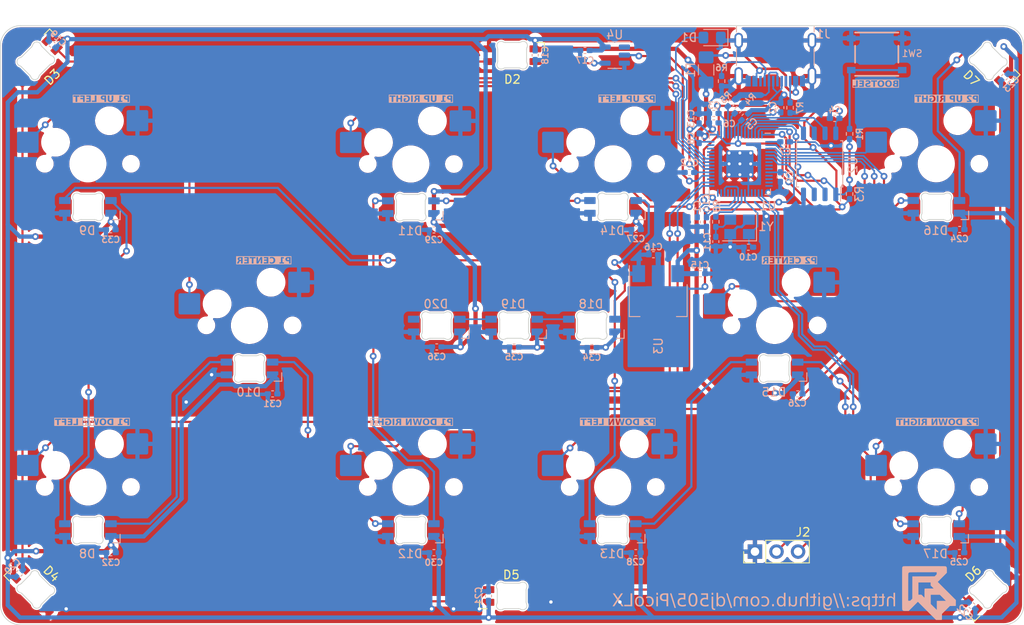
<source format=kicad_pcb>
(kicad_pcb (version 20221018) (generator pcbnew)
  (layers (0 "F.Cu" signal) (31 "B.Cu" signal) (34 "B.Paste" user) (35 "F.Paste" user) (36 "B.SilkS" user "B.Silkscreen") (37 "F.SilkS" user "F.Silkscreen") (38 "B.Mask" user) (39 "F.Mask" user) (44 "Edge.Cuts" user))
  (net 0 "")
  (net 1 "+1V1")
  (net 2 "GND")
  (net 3 "+3V3")
  (net 4 "XIN")
  (net 5 "Net-(C11-Pad2)")
  (net 6 "+5V")
  (net 7 "Net-(D1-A)")
  (net 8 "Net-(D2-DOUT)")
  (net 9 "LED ZONE 1")
  (net 10 "Net-(D3-DOUT)")
  (net 11 "Net-(D5-DOUT)")
  (net 12 "Net-(D6-DOUT)")
  (net 13 "LED ZONE 2")
  (net 14 "Net-(D10-DIN)")
  (net 15 "Net-(D10-DOUT)")
  (net 16 "LED ZONE 3")
  (net 17 "Net-(F1-Pad1)")
  (net 18 "Net-(J1-CC1)")
  (net 19 "USB D+")
  (net 20 "USB D-")
  (net 22 "Net-(J1-CC2)")
  (net 24 "P1 DL")
  (net 25 "P1 UL")
  (net 26 "P1 CN")
  (net 27 "P1 UR")
  (net 28 "P1 DR")
  (net 29 "P2 DL")
  (net 30 "P2 UL")
  (net 31 "P2 CN")
  (net 32 "P2 UR")
  (net 33 "P2 DR")
  (net 34 "Net-(R1-Pad1)")
  (net 35 "QSPI_SS")
  (net 37 "Net-(U1-USB_DP)")
  (net 38 "Net-(U1-USB_DM)")
  (net 39 "XOUT")
  (net 43 "SWCLK")
  (net 44 "SWDIO")
  (net 51 "QSPI_SD3")
  (net 52 "QSPI_SCLK")
  (net 53 "QSPI_SD0")
  (net 54 "QSPI_SD2")
  (net 55 "QSPI_SD1")
  (net 59 "TEST")
  (net 60 "Net-(D4-DOUT)")
  (net 61 "SERVICE")
  (net 63 "LED SIGNAL")
  (net 65 "Net-(D11-DIN)")
  (net 66 "Net-(D13-DIN)")
  (net 67 "Net-(D16-DOUT)")
  (net 68 "Net-(D15-DIN)")
  (net 69 "Net-(D13-DOUT)")
  (net 70 "Net-(D8-DOUT)")
  (net 71 "Net-(D11-DOUT)")
  (net 72 "Net-(D18-DOUT)")
  (net 73 "Net-(D19-DOUT)")
  (footprint "MX_Hotswap:MX-Hotswap-1U" (layer "F.Cu") (at 209.361152 77.263634)
    (fp_text reference "MX9")
    (fp_text value "MX-NoLED")
  )
  (footprint "Connector_PinHeader_2.54mm:PinHeader_1x03_P2.54mm_Vertical" (layer "F.Cu") (at 187.986802 122.987797 90)
    (fp_text reference "J2")
    (fp_text value "Conn_01x03")
  )
  (footprint "marbastlib-various:LED_6028R" (layer "F.Cu") (at 103.2002 65.1256 -135)
    (fp_text reference "D3")
    (fp_text value "SK6812MINI" hide)
    (fp_line (start -1.699999 -0.702843) (end -1.699999 0.702841) (stroke (width 0.1)) (layer "Edge.Cuts"))
    (fp_line (start -0.794452 1.499999) (end 0.794452 1.499999) (stroke (width 0.1)) (layer "Edge.Cuts"))
    (fp_line (start 0.794452 -1.5) (end -0.794453 -1.5) (stroke (width 0.1)) (layer "Edge.Cuts"))
    (fp_line (start 1.699999 0.702841) (end 1.699999 -0.702843) (stroke (width 0.1)) (layer "Edge.Cuts"))
    (fp_arc (start -1.749484 -0.919721) (mid -1.712527 -0.81407) (end -1.699999 -0.702844) (stroke (width 0.1)) (layer "Edge.Cuts"))
    (fp_arc (start -1.749484 -0.919721) (mid -1.63807 -1.504036) (end -1.046711 -1.568299) (stroke (width 0.1)) (layer "Edge.Cuts"))
    (fp_arc (start -1.699999 0.702841) (mid -1.712527 0.814067) (end -1.749484 0.919719) (stroke (width 0.1)) (layer "Edge.Cuts"))
    (fp_arc (start -1.046711 1.568298) (mid -1.638072 1.504034) (end -1.749484 0.919718) (stroke (width 0.1)) (layer "Edge.Cuts"))
    (fp_arc (start -1.046711 1.568298) (mid -0.925123 1.517376) (end -0.794452 1.499999) (stroke (width 0.1)) (layer "Edge.Cuts"))
    (fp_arc (start -0.794453 -1.5) (mid -0.925123 -1.517377) (end -1.046711 -1.568299) (stroke (width 0.1)) (layer "Edge.Cuts"))
    (fp_arc (start 0.794452 1.499999) (mid 0.925122 1.517376) (end 1.04671 1.568298) (stroke (width 0.1)) (layer "Edge.Cuts"))
    (fp_arc (start 1.046711 -1.5683) (mid 0.925123 -1.517378) (end 0.794453 -1.500001) (stroke (width 0.1)) (layer "Edge.Cuts"))
    (fp_arc (start 1.046711 -1.5683) (mid 1.638072 -1.504036) (end 1.749484 -0.919721) (stroke (width 0.1)) (layer "Edge.Cuts"))
    (fp_arc (start 1.699999 -0.702843) (mid 1.712528 -0.814069) (end 1.749484 -0.919721) (stroke (width 0.1)) (layer "Edge.Cuts"))
    (fp_arc (start 1.749484 0.919719) (mid 1.63807 1.504033) (end 1.046711 1.568296) (stroke (width 0.1)) (layer "Edge.Cuts"))
    (fp_arc (start 1.749484 0.919719) (mid 1.712511 0.81407) (end 1.699999 0.702842) (stroke (width 0.1)) (layer "Edge.Cuts"))
  )
  (footprint "marbastlib-various:LED_6028R" (layer "F.Cu") (at 159.3088 128.2192)
    (fp_text reference "D5")
    (fp_text value "SK6812MINI" hide)
    (fp_line (start -1.699999 -0.702843) (end -1.699999 0.702841) (stroke (width 0.1)) (layer "Edge.Cuts"))
    (fp_line (start -0.794452 1.499999) (end 0.794452 1.499999) (stroke (width 0.1)) (layer "Edge.Cuts"))
    (fp_line (start 0.794452 -1.5) (end -0.794453 -1.5) (stroke (width 0.1)) (layer "Edge.Cuts"))
    (fp_line (start 1.699999 0.702841) (end 1.699999 -0.702843) (stroke (width 0.1)) (layer "Edge.Cuts"))
    (fp_arc (start -1.749484 -0.919721) (mid -1.712527 -0.814069) (end -1.699999 -0.702844) (stroke (width 0.1)) (layer "Edge.Cuts"))
    (fp_arc (start -1.749484 -0.919721) (mid -1.638071 -1.504035) (end -1.046711 -1.568299) (stroke (width 0.1)) (layer "Edge.Cuts"))
    (fp_arc (start -1.699999 0.702841) (mid -1.712527 0.814067) (end -1.749484 0.919719) (stroke (width 0.1)) (layer "Edge.Cuts"))
    (fp_arc (start -1.046711 1.568298) (mid -1.638072 1.504034) (end -1.749484 0.919718) (stroke (width 0.1)) (layer "Edge.Cuts"))
    (fp_arc (start -1.046711 1.568298) (mid -0.925123 1.517376) (end -0.794452 1.499999) (stroke (width 0.1)) (layer "Edge.Cuts"))
    (fp_arc (start -0.794453 -1.5) (mid -0.925123 -1.517377) (end -1.046711 -1.568299) (stroke (width 0.1)) (layer "Edge.Cuts"))
    (fp_arc (start 0.794452 1.499999) (mid 0.925122 1.517376) (end 1.04671 1.568298) (stroke (width 0.1)) (layer "Edge.Cuts"))
    (fp_arc (start 1.046711 -1.5683) (mid 0.925123 -1.517378) (end 0.794453 -1.500001) (stroke (width 0.1)) (layer "Edge.Cuts"))
    (fp_arc (start 1.046711 -1.5683) (mid 1.638072 -1.504036) (end 1.749484 -0.919721) (stroke (width 0.1)) (layer "Edge.Cuts"))
    (fp_arc (start 1.699999 -0.702843) (mid 1.712528 -0.814069) (end 1.749484 -0.919721) (stroke (width 0.1)) (layer "Edge.Cuts"))
    (fp_arc (start 1.749484 0.919719) (mid 1.63807 1.504033) (end 1.046711 1.568296) (stroke (width 0.1)) (layer "Edge.Cuts"))
    (fp_arc (start 1.749484 0.919719) (mid 1.712511 0.81407) (end 1.699999 0.702842) (stroke (width 0.1)) (layer "Edge.Cuts"))
  )
  (footprint "MX_Hotswap:MX-Hotswap-1U" (layer "F.Cu") (at 109.341752 115.368834)
    (fp_text reference "MX1")
    (fp_text value "MX-NoLED")
  )
  (footprint "MX_Hotswap:MX-Hotswap-1U" (layer "F.Cu") (at 171.216152 115.368834)
    (fp_text reference "MX6")
    (fp_text value "MX-NoLED")
  )
  (footprint "MX_Hotswap:MX-Hotswap-1U" (layer "F.Cu") (at 147.416352 115.368834)
    (fp_text reference "MX5")
    (fp_text value "MX-NoLED")
  )
  (footprint "MX_Hotswap:MX-Hotswap-1U" (layer "F.Cu") (at 171.251152 77.273634)
    (fp_text reference "MX7")
    (fp_text value "MX-NoLED")
  )
  (footprint "MX_Hotswap:MX-Hotswap-1U" (layer "F.Cu") (at 128.391752 96.318834)
    (fp_text reference "MX3")
    (fp_text value "MX-NoLED")
  )
  (footprint "marbastlib-various:LED_6028R" (layer "F.Cu") (at 159.3596 64.4652 180)
    (fp_text reference "D2")
    (fp_text value "SK6812MINI" hide)
    (fp_line (start -1.699999 -0.702843) (end -1.699999 0.702841) (stroke (width 0.1)) (layer "Edge.Cuts"))
    (fp_line (start -0.794452 1.499999) (end 0.794452 1.499999) (stroke (width 0.1)) (layer "Edge.Cuts"))
    (fp_line (start 0.794452 -1.5) (end -0.794453 -1.5) (stroke (width 0.1)) (layer "Edge.Cuts"))
    (fp_line (start 1.699999 0.702841) (end 1.699999 -0.702843) (stroke (width 0.1)) (layer "Edge.Cuts"))
    (fp_arc (start -1.749484 -0.919721) (mid -1.712527 -0.814069) (end -1.699999 -0.702844) (stroke (width 0.1)) (layer "Edge.Cuts"))
    (fp_arc (start -1.749484 -0.919721) (mid -1.638071 -1.504035) (end -1.046711 -1.568299) (stroke (width 0.1)) (layer "Edge.Cuts"))
    (fp_arc (start -1.699999 0.702841) (mid -1.712527 0.814067) (end -1.749484 0.919719) (stroke (width 0.1)) (layer "Edge.Cuts"))
    (fp_arc (start -1.046711 1.568298) (mid -1.638072 1.504034) (end -1.749484 0.919718) (stroke (width 0.1)) (layer "Edge.Cuts"))
    (fp_arc (start -1.046711 1.568298) (mid -0.925123 1.517376) (end -0.794452 1.499999) (stroke (width 0.1)) (layer "Edge.Cuts"))
    (fp_arc (start -0.794453 -1.5) (mid -0.925123 -1.517377) (end -1.046711 -1.568299) (stroke (width 0.1)) (layer "Edge.Cuts"))
    (fp_arc (start 0.794452 1.499999) (mid 0.925122 1.517376) (end 1.04671 1.568298) (stroke (width 0.1)) (layer "Edge.Cuts"))
    (fp_arc (start 1.046711 -1.5683) (mid 0.925123 -1.517378) (end 0.794453 -1.500001) (stroke (width 0.1)) (layer "Edge.Cuts"))
    (fp_arc (start 1.046711 -1.5683) (mid 1.638072 -1.504036) (end 1.749484 -0.919721) (stroke (width 0.1)) (layer "Edge.Cuts"))
    (fp_arc (start 1.699999 -0.702843) (mid 1.712528 -0.814069) (end 1.749484 -0.919721) (stroke (width 0.1)) (layer "Edge.Cuts"))
    (fp_arc (start 1.749484 0.919719) (mid 1.63807 1.504033) (end 1.046711 1.568296) (stroke (width 0.1)) (layer "Edge.Cuts"))
    (fp_arc (start 1.749484 0.919719) (mid 1.712511 0.81407) (end 1.699999 0.702842) (stroke (width 0.1)) (layer "Edge.Cuts"))
  )
  (footprint "MX_Hotswap:MX-Hotswap-1U" (layer "F.Cu") (at 209.351152 115.373634)
    (fp_text reference "MX10")
    (fp_text value "MX-NoLED")
  )
  (footprint "MX_Hotswap:MX-Hotswap-1U" (layer "F.Cu") (at 147.416352 77.294234)
    (fp_text reference "MX4")
    (fp_text value "MX-NoLED")
  )
  (footprint "marbastlib-various:LED_6028R" (layer "F.Cu") (at 215.4936 65.151 135)
    (fp_text reference "D7")
    (fp_text value "SK6812MINI" hide)
    (fp_line (start -1.699999 -0.702843) (end -1.699999 0.702841) (stroke (width 0.1)) (layer "Edge.Cuts"))
    (fp_line (start -0.794452 1.499999) (end 0.794452 1.499999) (stroke (width 0.1)) (layer "Edge.Cuts"))
    (fp_line (start 0.794452 -1.5) (end -0.794453 -1.5) (stroke (width 0.1)) (layer "Edge.Cuts"))
    (fp_line (start 1.699999 0.702841) (end 1.699999 -0.702843) (stroke (width 0.1)) (layer "Edge.Cuts"))
    (fp_arc (start -1.749484 -0.919721) (mid -1.712527 -0.81407) (end -1.699999 -0.702844) (stroke (width 0.1)) (layer "Edge.Cuts"))
    (fp_arc (start -1.749484 -0.919721) (mid -1.63807 -1.504036) (end -1.046711 -1.568299) (stroke (width 0.1)) (layer "Edge.Cuts"))
    (fp_arc (start -1.699999 0.702841) (mid -1.712527 0.814067) (end -1.749484 0.919719) (stroke (width 0.1)) (layer "Edge.Cuts"))
    (fp_arc (start -1.046711 1.568298) (mid -1.638072 1.504034) (end -1.749484 0.919718) (stroke (width 0.1)) (layer "Edge.Cuts"))
    (fp_arc (start -1.046711 1.568298) (mid -0.925123 1.517376) (end -0.794452 1.499999) (stroke (width 0.1)) (layer "Edge.Cuts"))
    (fp_arc (start -0.794453 -1.5) (mid -0.925123 -1.517377) (end -1.046711 -1.568299) (stroke (width 0.1)) (layer "Edge.Cuts"))
    (fp_arc (start 0.794452 1.499999) (mid 0.925122 1.517376) (end 1.04671 1.568298) (stroke (width 0.1)) (layer "Edge.Cuts"))
    (fp_arc (start 1.046711 -1.5683) (mid 0.925123 -1.517378) (end 0.794453 -1.500001) (stroke (width 0.1)) (layer "Edge.Cuts"))
    (fp_arc (start 1.046711 -1.5683) (mid 1.638072 -1.504036) (end 1.749484 -0.919721) (stroke (width 0.1)) (layer "Edge.Cuts"))
    (fp_arc (start 1.699999 -0.702843) (mid 1.712528 -0.814069) (end 1.749484 -0.919721) (stroke (width 0.1)) (layer "Edge.Cuts"))
    (fp_arc (start 1.749484 0.919719) (mid 1.63807 1.504033) (end 1.046711 1.568296) (stroke (width 0.1)) (layer "Edge.Cuts"))
    (fp_arc (start 1.749484 0.919719) (mid 1.712511 0.81407) (end 1.699999 0.702842) (stroke (width 0.1)) (layer "Edge.Cuts"))
  )
  (footprint "marbastlib-various:LED_6028R" (layer "F.Cu") (at 215.506804 127.450536 45)
    (fp_text reference "D6")
    (fp_text value "SK6812MINI" hide)
    (fp_line (start -1.699999 -0.702843) (end -1.699999 0.702841) (stroke (width 0.1)) (layer "Edge.Cuts"))
    (fp_line (start -0.794452 1.499999) (end 0.794452 1.499999) (stroke (width 0.1)) (layer "Edge.Cuts"))
    (fp_line (start 0.794452 -1.5) (end -0.794453 -1.5) (stroke (width 0.1)) (layer "Edge.Cuts"))
    (fp_line (start 1.699999 0.702841) (end 1.699999 -0.702843) (stroke (width 0.1)) (layer "Edge.Cuts"))
    (fp_arc (start -1.749484 -0.919721) (mid -1.712527 -0.81407) (end -1.699999 -0.702844) (stroke (width 0.1)) (layer "Edge.Cuts"))
    (fp_arc (start -1.749484 -0.919721) (mid -1.63807 -1.504036) (end -1.046711 -1.568299) (stroke (width 0.1)) (layer "Edge.Cuts"))
    (fp_arc (start -1.699999 0.702841) (mid -1.712527 0.814067) (end -1.749484 0.919719) (stroke (width 0.1)) (layer "Edge.Cuts"))
    (fp_arc (start -1.046711 1.568298) (mid -1.638072 1.504034) (end -1.749484 0.919718) (stroke (width 0.1)) (layer "Edge.Cuts"))
    (fp_arc (start -1.046711 1.568298) (mid -0.925123 1.517376) (end -0.794452 1.499999) (stroke (width 0.1)) (layer "Edge.Cuts"))
    (fp_arc (start -0.794453 -1.5) (mid -0.925123 -1.517377) (end -1.046711 -1.568299) (stroke (width 0.1)) (layer "Edge.Cuts"))
    (fp_arc (start 0.794452 1.499999) (mid 0.925122 1.517376) (end 1.04671 1.568298) (stroke (width 0.1)) (layer "Edge.Cuts"))
    (fp_arc (start 1.046711 -1.5683) (mid 0.925123 -1.517378) (end 0.794453 -1.500001) (stroke (width 0.1)) (layer "Edge.Cuts"))
    (fp_arc (start 1.046711 -1.5683) (mid 1.638072 -1.504036) (end 1.749484 -0.919721) (stroke (width 0.1)) (layer "Edge.Cuts"))
    (fp_arc (start 1.699999 -0.702843) (mid 1.712528 -0.814069) (end 1.749484 -0.919721) (stroke (width 0.1)) (layer "Edge.Cuts"))
    (fp_arc (start 1.749484 0.919719) (mid 1.63807 1.504033) (end 1.046711 1.568296) (stroke (width 0.1)) (layer "Edge.Cuts"))
    (fp_arc (start 1.749484 0.919719) (mid 1.712511 0.81407) (end 1.699999 0.702842) (stroke (width 0.1)) (layer "Edge.Cuts"))
  )
  (footprint "marbastlib-various:LED_6028R" (layer "F.Cu") (at 103.2002 127.450536 -45)
    (fp_text reference "D4")
    (fp_text value "SK6812MINI" hide)
    (fp_line (start -1.699999 -0.702843) (end -1.699999 0.702841) (stroke (width 0.1)) (layer "Edge.Cuts"))
    (fp_line (start -0.794452 1.499999) (end 0.794452 1.499999) (stroke (width 0.1)) (layer "Edge.Cuts"))
    (fp_line (start 0.794452 -1.5) (end -0.794453 -1.5) (stroke (width 0.1)) (layer "Edge.Cuts"))
    (fp_line (start 1.699999 0.702841) (end 1.699999 -0.702843) (stroke (width 0.1)) (layer "Edge.Cuts"))
    (fp_arc (start -1.749484 -0.919721) (mid -1.712527 -0.81407) (end -1.699999 -0.702844) (stroke (width 0.1)) (layer "Edge.Cuts"))
    (fp_arc (start -1.749484 -0.919721) (mid -1.63807 -1.504036) (end -1.046711 -1.568299) (stroke (width 0.1)) (layer "Edge.Cuts"))
    (fp_arc (start -1.699999 0.702841) (mid -1.712527 0.814067) (end -1.749484 0.919719) (stroke (width 0.1)) (layer "Edge.Cuts"))
    (fp_arc (start -1.046711 1.568298) (mid -1.638072 1.504034) (end -1.749484 0.919718) (stroke (width 0.1)) (layer "Edge.Cuts"))
    (fp_arc (start -1.046711 1.568298) (mid -0.925123 1.517376) (end -0.794452 1.499999) (stroke (width 0.1)) (layer "Edge.Cuts"))
    (fp_arc (start -0.794453 -1.5) (mid -0.925123 -1.517377) (end -1.046711 -1.568299) (stroke (width 0.1)) (layer "Edge.Cuts"))
    (fp_arc (start 0.794452 1.499999) (mid 0.925122 1.517376) (end 1.04671 1.568298) (stroke (width 0.1)) (layer "Edge.Cuts"))
    (fp_arc (start 1.046711 -1.5683) (mid 0.925123 -1.517378) (end 0.794453 -1.500001) (stroke (width 0.1)) (layer "Edge.Cuts"))
    (fp_arc (start 1.046711 -1.5683) (mid 1.638072 -1.504036) (end 1.749484 -0.919721) (stroke (width 0.1)) (layer "Edge.Cuts"))
    (fp_arc (start 1.699999 -0.702843) (mid 1.712528 -0.814069) (end 1.749484 -0.919721) (stroke (width 0.1)) (layer "Edge.Cuts"))
    (fp_arc (start 1.749484 0.919719) (mid 1.63807 1.504033) (end 1.046711 1.568296) (stroke (width 0.1)) (layer "Edge.Cuts"))
    (fp_arc (start 1.749484 0.919719) (mid 1.712511 0.81407) (end 1.699999 0.702842) (stroke (width 0.1)) (layer "Edge.Cuts"))
  )
  (footprint "MX_Hotswap:MX-Hotswap-1U" (layer "F.Cu") (at 109.341752 77.268834)
    (fp_text reference "MX2")
    (fp_text value "MX-NoLED")
  )
  (footprint "MX_Hotswap:MX-Hotswap-1U" (layer "F.Cu") (at 190.301152 96.323634)
    (fp_text reference "MX8")
    (fp_text value "MX-NoLED")
  )
  (footprint "marbastlib-various:LED_6028R" (layer "B.Cu") (at 147.414304 82.380537 180)
    (fp_text reference "D11")
    (fp_text value "SK6812MINI" hide)
    (fp_line (start -1.699999 0.702843) (end -1.699999 -0.702841) (stroke (width 0.1)) (layer "Edge.Cuts"))
    (fp_line (start -0.794452 -1.499999) (end 0.794452 -1.499999) (stroke (width 0.1)) (layer "Edge.Cuts"))
    (fp_line (start 0.794452 1.5) (end -0.794453 1.5) (stroke (width 0.1)) (layer "Edge.Cuts"))
    (fp_line (start 1.699999 -0.702841) (end 1.699999 0.702843) (stroke (width 0.1)) (layer "Edge.Cuts"))
    (fp_arc (start -1.749484 -0.919719) (mid -1.712527 -0.814067) (end -1.699999 -0.702841) (stroke (width 0.1)) (layer "Edge.Cuts"))
    (fp_arc (start -1.749484 -0.919718) (mid -1.638072 -1.504034) (end -1.046711 -1.568298) (stroke (width 0.1)) (layer "Edge.Cuts"))
    (fp_arc (start -1.699999 0.702844) (mid -1.712527 0.814069) (end -1.749484 0.919721) (stroke (width 0.1)) (layer "Edge.Cuts"))
    (fp_arc (start -1.046711 1.568299) (mid -1.638071 1.504036) (end -1.749484 0.919721) (stroke (width 0.1)) (layer "Edge.Cuts"))
    (fp_arc (start -1.046711 1.568299) (mid -0.925123 1.517377) (end -0.794453 1.5) (stroke (width 0.1)) (layer "Edge.Cuts"))
    (fp_arc (start -0.794452 -1.499999) (mid -0.925123 -1.517376) (end -1.046711 -1.568298) (stroke (width 0.1)) (layer "Edge.Cuts"))
    (fp_arc (start 0.794453 1.500001) (mid 0.925123 1.517378) (end 1.046711 1.5683) (stroke (width 0.1)) (layer "Edge.Cuts"))
    (fp_arc (start 1.04671 -1.568298) (mid 0.925122 -1.517376) (end 0.794452 -1.499999) (stroke (width 0.1)) (layer "Edge.Cuts"))
    (fp_arc (start 1.046711 -1.568296) (mid 1.638069 -1.504034) (end 1.749484 -0.919719) (stroke (width 0.1)) (layer "Edge.Cuts"))
    (fp_arc (start 1.699999 -0.702842) (mid 1.712536 -0.814065) (end 1.749484 -0.919719) (stroke (width 0.1)) (layer "Edge.Cuts"))
    (fp_arc (start 1.749484 0.919721) (mid 1.638072 1.504036) (end 1.046711 1.5683) (stroke (width 0.1)) (layer "Edge.Cuts"))
    (fp_arc (start 1.749484 0.919721) (mid 1.712534 0.814067) (end 1.699999 0.702843) (stroke (width 0.1)) (layer "Edge.Cuts"))
  )
  (footprint "Resistor_SMD:R_0402_1005Metric_Pad0.72x0.64mm_HandSolder" (layer "B.Cu") (at 192.1256 70.658036 90)
    (fp_text reference "R7")
    (fp_text value "5.1k")
  )
  (footprint "Capacitor_SMD:C_0402_1005Metric_Pad0.74x0.62mm_HandSolder" (layer "B.Cu") (at 159.5954 98.8822)
    (fp_text reference "C35")
    (fp_text value "100uF")
  )
  (footprint "Capacitor_SMD:C_0402_1005Metric_Pad0.74x0.62mm_HandSolder" (layer "B.Cu") (at 150.4696 98.8568)
    (fp_text reference "C36")
    (fp_text value "100uF")
  )
  (footprint "Resistor_SMD:R_0402_1005Metric_Pad0.72x0.64mm_HandSolder" (layer "B.Cu") (at 199.142404 73.743536 -90)
    (fp_text reference "R1")
    (fp_text value "1k")
  )
  (footprint "Resistor_SMD:R_0402_1005Metric_Pad0.72x0.64mm_HandSolder" (layer "B.Cu") (at 185.211685 70.081209 45)
    (fp_text reference "R5")
    (fp_text value "27 Ohm")
  )
  (footprint "marbastlib-various:LED_6028R" (layer "B.Cu") (at 109.341752 82.348834 180)
    (fp_text reference "D9")
    (fp_text value "SK6812MINI" hide)
    (fp_line (start -1.699999 0.702843) (end -1.699999 -0.702841) (stroke (width 0.1)) (layer "Edge.Cuts"))
    (fp_line (start -0.794452 -1.499999) (end 0.794452 -1.499999) (stroke (width 0.1)) (layer "Edge.Cuts"))
    (fp_line (start 0.794452 1.5) (end -0.794453 1.5) (stroke (width 0.1)) (layer "Edge.Cuts"))
    (fp_line (start 1.699999 -0.702841) (end 1.699999 0.702843) (stroke (width 0.1)) (layer "Edge.Cuts"))
    (fp_arc (start -1.749484 -0.919719) (mid -1.712527 -0.814067) (end -1.699999 -0.702841) (stroke (width 0.1)) (layer "Edge.Cuts"))
    (fp_arc (start -1.749484 -0.919718) (mid -1.638072 -1.504034) (end -1.046711 -1.568298) (stroke (width 0.1)) (layer "Edge.Cuts"))
    (fp_arc (start -1.699999 0.702844) (mid -1.712527 0.814069) (end -1.749484 0.919721) (stroke (width 0.1)) (layer "Edge.Cuts"))
    (fp_arc (start -1.046711 1.568299) (mid -1.638071 1.504036) (end -1.749484 0.919721) (stroke (width 0.1)) (layer "Edge.Cuts"))
    (fp_arc (start -1.046711 1.568299) (mid -0.925123 1.517377) (end -0.794453 1.5) (stroke (width 0.1)) (layer "Edge.Cuts"))
    (fp_arc (start -0.794452 -1.499999) (mid -0.925123 -1.517376) (end -1.046711 -1.568298) (stroke (width 0.1)) (layer "Edge.Cuts"))
    (fp_arc (start 0.794453 1.500001) (mid 0.925123 1.517378) (end 1.046711 1.5683) (stroke (width 0.1)) (layer "Edge.Cuts"))
    (fp_arc (start 1.04671 -1.568298) (mid 0.925122 -1.517376) (end 0.794452 -1.499999) (stroke (width 0.1)) (layer "Edge.Cuts"))
    (fp_arc (start 1.046711 -1.568296) (mid 1.638069 -1.504034) (end 1.749484 -0.919719) (stroke (width 0.1)) (layer "Edge.Cuts"))
    (fp_arc (start 1.699999 -0.702842) (mid 1.712536 -0.814065) (end 1.749484 -0.919719) (stroke (width 0.1)) (layer "Edge.Cuts"))
    (fp_arc (start 1.749484 0.919721) (mid 1.638072 1.504036) (end 1.046711 1.5683) (stroke (width 0.1)) (layer "Edge.Cuts"))
    (fp_arc (start 1.749484 0.919721) (mid 1.712534 0.814067) (end 1.699999 0.702843) (stroke (width 0.1)) (layer "Edge.Cuts"))
  )
  (footprint "Crystal:Crystal_SMD_3225-4Pin_3.2x2.5mm" (layer "B.Cu") (at 186.170804 84.704536 180)
    (fp_text reference "Y1")
    (fp_text value "12.000MHz")
  )
  (footprint "Capacitor_SMD:C_0402_1005Metric_Pad0.74x0.62mm_HandSolder" (layer "B.Cu") (at 217.3986 67.056 45)
    (fp_text reference "C23")
    (fp_text value "100uF")
  )
  (footprint "Capacitor_SMD:C_0402_1005Metric_Pad0.74x0.62mm_HandSolder" (layer "B.Cu") (at 182.276804 84.132136 -90)
    (fp_text reference "C14")
    (fp_text value "100nF")
  )
  (footprint "LogoFootprints:Arrow_6" (layer "B.Cu") (at 208.5086 127.8636 180)
    (fp_text reference "G***" hide)
    (fp_text value "LOGO" hide)
  )
  (footprint "Capacitor_SMD:C_0402_1005Metric_Pad0.74x0.62mm_HandSolder" (layer "B.Cu") (at 183.369004 86.443536 90)
    (fp_text reference "C11")
    (fp_text value "27pF")
  )
  (footprint "marbastlib-various:LED_6028R" (layer "B.Cu") (at 159.5954 96.3422 180)
    (fp_text reference "D19")
    (fp_text value "SK6812MINI" hide)
    (fp_line (start -1.699999 0.702843) (end -1.699999 -0.702841) (stroke (width 0.1)) (layer "Edge.Cuts"))
    (fp_line (start -0.794452 -1.499999) (end 0.794452 -1.499999) (stroke (width 0.1)) (layer "Edge.Cuts"))
    (fp_line (start 0.794452 1.5) (end -0.794453 1.5) (stroke (width 0.1)) (layer "Edge.Cuts"))
    (fp_line (start 1.699999 -0.702841) (end 1.699999 0.702843) (stroke (width 0.1)) (layer "Edge.Cuts"))
    (fp_arc (start -1.749484 -0.919719) (mid -1.712527 -0.814067) (end -1.699999 -0.702841) (stroke (width 0.1)) (layer "Edge.Cuts"))
    (fp_arc (start -1.749484 -0.919718) (mid -1.638072 -1.504034) (end -1.046711 -1.568298) (stroke (width 0.1)) (layer "Edge.Cuts"))
    (fp_arc (start -1.699999 0.702844) (mid -1.712527 0.814069) (end -1.749484 0.919721) (stroke (width 0.1)) (layer "Edge.Cuts"))
    (fp_arc (start -1.046711 1.568299) (mid -1.638071 1.504036) (end -1.749484 0.919721) (stroke (width 0.1)) (layer "Edge.Cuts"))
    (fp_arc (start -1.046711 1.568299) (mid -0.925123 1.517377) (end -0.794453 1.5) (stroke (width 0.1)) (layer "Edge.Cuts"))
    (fp_arc (start -0.794452 -1.499999) (mid -0.925123 -1.517376) (end -1.046711 -1.568298) (stroke (width 0.1)) (layer "Edge.Cuts"))
    (fp_arc (start 0.794453 1.500001) (mid 0.925123 1.517378) (end 1.046711 1.5683) (stroke (width 0.1)) (layer "Edge.Cuts"))
    (fp_arc (start 1.04671 -1.568298) (mid 0.925122 -1.517376) (end 0.794452 -1.499999) (stroke (width 0.1)) (layer "Edge.Cuts"))
    (fp_arc (start 1.046711 -1.568296) (mid 1.638069 -1.504034) (end 1.749484 -0.919719) (stroke (width 0.1)) (layer "Edge.Cuts"))
    (fp_arc (start 1.699999 -0.702842) (mid 1.712536 -0.814065) (end 1.749484 -0.919719) (stroke (width 0.1)) (layer "Edge.Cuts"))
    (fp_arc (start 1.749484 0.919721) (mid 1.638072 1.504036) (end 1.046711 1.5683) (stroke (width 0.1)) (layer "Edge.Cuts"))
    (fp_arc (start 1.749484 0.919721) (mid 1.712534 0.814067) (end 1.699999 0.702843) (stroke (width 0.1)) (layer "Edge.Cuts"))
  )
  (footprint "Capacitor_SMD:C_0402_1005Metric_Pad0.74x0.62mm_HandSolder" (layer "B.Cu") (at 105.1306 63.1952 -45)
    (fp_text reference "C19")
    (fp_text value "100uF")
  )
  (footprint "marbastlib-various:LED_6028R" (layer "B.Cu") (at 147.416352 120.448834 180)
    (fp_text reference "D12")
    (fp_text value "SK6812MINI" hide)
    (fp_line (start -1.699999 0.702843) (end -1.699999 -0.702841) (stroke (width 0.1)) (layer "Edge.Cuts"))
    (fp_line (start -0.794452 -1.499999) (end 0.794452 -1.499999) (stroke (width 0.1)) (layer "Edge.Cuts"))
    (fp_line (start 0.794452 1.5) (end -0.794453 1.5) (stroke (width 0.1)) (layer "Edge.Cuts"))
    (fp_line (start 1.699999 -0.702841) (end 1.699999 0.702843) (stroke (width 0.1)) (layer "Edge.Cuts"))
    (fp_arc (start -1.749484 -0.919719) (mid -1.712527 -0.814067) (end -1.699999 -0.702841) (stroke (width 0.1)) (layer "Edge.Cuts"))
    (fp_arc (start -1.749484 -0.919718) (mid -1.638072 -1.504034) (end -1.046711 -1.568298) (stroke (width 0.1)) (layer "Edge.Cuts"))
    (fp_arc (start -1.699999 0.702844) (mid -1.712527 0.814069) (end -1.749484 0.919721) (stroke (width 0.1)) (layer "Edge.Cuts"))
    (fp_arc (start -1.046711 1.568299) (mid -1.638071 1.504036) (end -1.749484 0.919721) (stroke (width 0.1)) (layer "Edge.Cuts"))
    (fp_arc (start -1.046711 1.568299) (mid -0.925123 1.517377) (end -0.794453 1.5) (stroke (width 0.1)) (layer "Edge.Cuts"))
    (fp_arc (start -0.794452 -1.499999) (mid -0.925123 -1.517376) (end -1.046711 -1.568298) (stroke (width 0.1)) (layer "Edge.Cuts"))
    (fp_arc (start 0.794453 1.500001) (mid 0.925123 1.517378) (end 1.046711 1.5683) (stroke (width 0.1)) (layer "Edge.Cuts"))
    (fp_arc (start 1.04671 -1.568298) (mid 0.925122 -1.517376) (end 0.794452 -1.499999) (stroke (width 0.1)) (layer "Edge.Cuts"))
    (fp_arc (start 1.046711 -1.568296) (mid 1.638069 -1.504034) (end 1.749484 -0.919719) (stroke (width 0.1)) (layer "Edge.Cuts"))
    (fp_arc (start 1.699999 -0.702842) (mid 1.712536 -0.814065) (end 1.749484 -0.919719) (stroke (width 0.1)) (layer "Edge.Cuts"))
    (fp_arc (start 1.749484 0.919721) (mid 1.638072 1.504036) (end 1.046711 1.5683) (stroke (width 0.1)) (layer "Edge.Cuts"))
    (fp_arc (start 1.749484 0.919721) (mid 1.712534 0.814067) (end 1.699999 0.702843) (stroke (width 0.1)) (layer "Edge.Cuts"))
  )
  (footprint "Misc Footprints:TS-1187A-B-A-B" (layer "B.Cu") (at 202.342804 64.345536 180)
    (fp_text reference "SW1")
    (fp_text value "SW_Push")
  )
  (footprint "Capacitor_SMD:C_0402_1005Metric_Pad0.74x0.62mm_HandSolder" (layer "B.Cu") (at 150.1394 123.1138)
    (fp_text reference "C30")
    (fp_text value "100uF")
  )
  (footprint "Capacitor_SMD:C_0402_1005Metric_Pad0.74x0.62mm_HandSolder" (layer "B.Cu") (at 181.184604 84.132136 -90)
    (fp_text reference "C1")
    (fp_text value "100nF")
  )
  (footprint "marbastlib-various:LED_6028R" (layer "B.Cu") (at 171.251804 82.350536 180)
    (fp_text reference "D14")
    (fp_text value "SK6812MINI" hide)
    (fp_line (start -1.699999 0.702843) (end -1.699999 -0.702841) (stroke (width 0.1)) (layer "Edge.Cuts"))
    (fp_line (start -0.794452 -1.499999) (end 0.794452 -1.499999) (stroke (width 0.1)) (layer "Edge.Cuts"))
    (fp_line (start 0.794452 1.5) (end -0.794453 1.5) (stroke (width 0.1)) (layer "Edge.Cuts"))
    (fp_line (start 1.699999 -0.702841) (end 1.699999 0.702843) (stroke (width 0.1)) (layer "Edge.Cuts"))
    (fp_arc (start -1.749484 -0.919719) (mid -1.712527 -0.814067) (end -1.699999 -0.702841) (stroke (width 0.1)) (layer "Edge.Cuts"))
    (fp_arc (start -1.749484 -0.919718) (mid -1.638072 -1.504034) (end -1.046711 -1.568298) (stroke (width 0.1)) (layer "Edge.Cuts"))
    (fp_arc (start -1.699999 0.702844) (mid -1.712527 0.814069) (end -1.749484 0.919721) (stroke (width 0.1)) (layer "Edge.Cuts"))
    (fp_arc (start -1.046711 1.568299) (mid -1.638071 1.504036) (end -1.749484 0.919721) (stroke (width 0.1)) (layer "Edge.Cuts"))
    (fp_arc (start -1.046711 1.568299) (mid -0.925123 1.517377) (end -0.794453 1.5) (stroke (width 0.1)) (layer "Edge.Cuts"))
    (fp_arc (start -0.794452 -1.499999) (mid -0.925123 -1.517376) (end -1.046711 -1.568298) (stroke (width 0.1)) (layer "Edge.Cuts"))
    (fp_arc (start 0.794453 1.500001) (mid 0.925123 1.517378) (end 1.046711 1.5683) (stroke (width 0.1)) (layer "Edge.Cuts"))
    (fp_arc (start 1.04671 -1.568298) (mid 0.925122 -1.517376) (end 0.794452 -1.499999) (stroke (width 0.1)) (layer "Edge.Cuts"))
    (fp_arc (start 1.046711 -1.568296) (mid 1.638069 -1.504034) (end 1.749484 -0.919719) (stroke (width 0.1)) (layer "Edge.Cuts"))
    (fp_arc (start 1.699999 -0.702842) (mid 1.712536 -0.814065) (end 1.749484 -0.919719) (stroke (width 0.1)) (layer "Edge.Cuts"))
    (fp_arc (start 1.749484 0.919721) (mid 1.638072 1.504036) (end 1.046711 1.5683) (stroke (width 0.1)) (layer "Edge.Cuts"))
    (fp_arc (start 1.749484 0.919721) (mid 1.712534 0.814067) (end 1.699999 0.702843) (stroke (width 0.1)) (layer "Edge.Cuts"))
  )
  (footprint "Capacitor_SMD:C_0402_1005Metric_Pad0.74x0.62mm_HandSolder" (layer "B.Cu") (at 190.980304 78.832236 -90)
    (fp_text reference "C9")
    (fp_text value "100nF")
  )
  (footprint "Capacitor_SMD:C_0402_1005Metric_Pad0.74x0.62mm_HandSolder" (layer "B.Cu") (at 183.131704 72.448136 180)
    (fp_text reference "C6")
    (fp_text value "1uF")
  )
  (footprint "marbastlib-various:LED_6028R" (layer "B.Cu") (at 168.7576 96.3422 180)
    (fp_text reference "D18")
    (fp_text value "SK6812MINI" hide)
    (fp_line (start -1.699999 0.702843) (end -1.699999 -0.702841) (stroke (width 0.1)) (layer "Edge.Cuts"))
    (fp_line (start -0.794452 -1.499999) (end 0.794452 -1.499999) (stroke (width 0.1)) (layer "Edge.Cuts"))
    (fp_line (start 0.794452 1.5) (end -0.794453 1.5) (stroke (width 0.1)) (layer "Edge.Cuts"))
    (fp_line (start 1.699999 -0.702841) (end 1.699999 0.702843) (stroke (width 0.1)) (layer "Edge.Cuts"))
    (fp_arc (start -1.749484 -0.919719) (mid -1.712527 -0.814067) (end -1.699999 -0.702841) (stroke (width 0.1)) (layer "Edge.Cuts"))
    (fp_arc (start -1.749484 -0.919718) (mid -1.638072 -1.504034) (end -1.046711 -1.568298) (stroke (width 0.1)) (layer "Edge.Cuts"))
    (fp_arc (start -1.699999 0.702844) (mid -1.712527 0.814069) (end -1.749484 0.919721) (stroke (width 0.1)) (layer "Edge.Cuts"))
    (fp_arc (start -1.046711 1.568299) (mid -1.638071 1.504036) (end -1.749484 0.919721) (stroke (width 0.1)) (layer "Edge.Cuts"))
    (fp_arc (start -1.046711 1.568299) (mid -0.925123 1.517377) (end -0.794453 1.5) (stroke (width 0.1)) (layer "Edge.Cuts"))
    (fp_arc (start -0.794452 -1.499999) (mid -0.925123 -1.517376) (end -1.046711 -1.568298) (stroke (width 0.1)) (layer "Edge.Cuts"))
    (fp_arc (start 0.794453 1.500001) (mid 0.925123 1.517378) (end 1.046711 1.5683) (stroke (width 0.1)) (layer "Edge.Cuts"))
    (fp_arc (start 1.04671 -1.568298) (mid 0.925122 -1.517376) (end 0.794452 -1.499999) (stroke (width 0.1)) (layer "Edge.Cuts"))
    (fp_arc (start 1.046711 -1.568296) (mid 1.638069 -1.504034) (end 1.749484 -0.919719) (stroke (width 0.1)) (layer "Edge.Cuts"))
    (fp_arc (start 1.699999 -0.702842) (mid 1.712536 -0.814065) (end 1.749484 -0.919719) (stroke (width 0.1)) (layer "Edge.Cuts"))
    (fp_arc (start 1.749484 0.919721) (mid 1.638072 1.504036) (end 1.046711 1.5683) (stroke (width 0.1)) (layer "Edge.Cuts"))
    (fp_arc (start 1.749484 0.919721) (mid 1.712534 0.814067) (end 1.699999 0.702843) (stroke (width 0.1)) (layer "Edge.Cuts"))
  )
  (footprint "Capacitor_SMD:C_0402_1005Metric_Pad0.74x0.62mm_HandSolder" (layer "B.Cu") (at 181.5592 90.2204)
    (fp_text reference "C15")
    (fp_text value "10uF")
  )
  (footprint "Connector_USB:USB_C_Receptacle_G-Switch_GT-USB-7010ASV" (layer "B.Cu") (at 190.386804 63.805536)
    (fp_text reference "J1")
    (fp_text value "USB_C_Receptacle_USB2.0")
  )
  (footprint "LED_SMD:LED_0805_2012Metric_Pad1.15x1.40mm_HandSolder" (layer "B.Cu") (at 182.937204 62.389736 180)
    (fp_text reference "D1")
    (fp_text value "LED_Small")
  )
  (footprint "RP2040_minimal:RP2040-QFN-56" (layer "B.Cu") (at 186.208804 77.274136 180)
    (fp_text reference "U1")
    (fp_text value "RP2040")
  )
  (footprint "Resistor_SMD:R_0402_1005Metric_Pad0.72x0.64mm_HandSolder" (layer "B.Cu") (at 186.019908 70.889432 45)
    (fp_text reference "R4")
    (fp_text value "27 Ohm")
  )
  (footprint "marbastlib-various:LED_6028R" (layer "B.Cu") (at 109.341804 120.450536 180)
    (fp_text reference "D8")
    (fp_text value "SK6812MINI" hide)
    (fp_line (start -1.699999 0.702843) (end -1.699999 -0.702841) (stroke (width 0.1)) (layer "Edge.Cuts"))
    (fp_line (start -0.794452 -1.499999) (end 0.794452 -1.499999) (stroke (width 0.1)) (layer "Edge.Cuts"))
    (fp_line (start 0.794452 1.5) (end -0.794453 1.5) (stroke (width 0.1)) (layer "Edge.Cuts"))
    (fp_line (start 1.699999 -0.702841) (end 1.699999 0.702843) (stroke (width 0.1)) (layer "Edge.Cuts"))
    (fp_arc (start -1.749484 -0.919719) (mid -1.712527 -0.814067) (end -1.699999 -0.702841) (stroke (width 0.1)) (layer "Edge.Cuts"))
    (fp_arc (start -1.749484 -0.919718) (mid -1.638072 -1.504034) (end -1.046711 -1.568298) (stroke (width 0.1)) (layer "Edge.Cuts"))
    (fp_arc (start -1.699999 0.702844) (mid -1.712527 0.814069) (end -1.749484 0.919721) (stroke (width 0.1)) (layer "Edge.Cuts"))
    (fp_arc (start -1.046711 1.568299) (mid -1.638071 1.504036) (end -1.749484 0.919721) (stroke (width 0.1)) (layer "Edge.Cuts"))
    (fp_arc (start -1.046711 1.568299) (mid -0.925123 1.517377) (end -0.794453 1.5) (stroke (width 0.1)) (layer "Edge.Cuts"))
    (fp_arc (start -0.794452 -1.499999) (mid -0.925123 -1.517376) (end -1.046711 -1.568298) (stroke (width 0.1)) (layer "Edge.Cuts"))
    (fp_arc (start 0.794453 1.500001) (mid 0.925123 1.517378) (end 1.046711 1.5683) (stroke (width 0.1)) (layer "Edge.Cuts"))
    (fp_arc (start 1.04671 -1.568298) (mid 0.925122 -1.517376) (end 0.794452 -1.499999) (stroke (width 0.1)) (layer "Edge.Cuts"))
    (fp_arc (start 1.046711 -1.568296) (mid 1.638069 -1.504034) (end 1.749484 -0.919719) (stroke (width 0.1)) (layer "Edge.Cuts"))
    (fp_arc (start 1.699999 -0.702842) (mid 1.712536 -0.814065) (end 1.749484 -0.919719) (stroke (width 0.1)) (layer "Edge.Cuts"))
    (fp_arc (start 1.749484 0.919721) (mid 1.638072 1.504036) (end 1.046711 1.5683) (stroke (width 0.1)) (layer "Edge.Cuts"))
    (fp_arc (start 1.749484 0.919721) (mid 1.712534 0.814067) (end 1.699999 0.702843) (stroke (width 0.1)) (layer "Edge.Cuts"))
  )
  (footprint "marbastlib-various:LED_6028R" (layer "B.Cu") (at 209.351152 120.453634 180)
    (fp_text reference "D17")
    (fp_text value "SK6812MINI" hide)
    (fp_line (start -1.699999 0.702843) (end -1.699999 -0.702841) (stroke (width 0.1)) (layer "Edge.Cuts"))
    (fp_line (start -0.794452 -1.499999) (end 0.794452 -1.499999) (stroke (width 0.1)) (layer "Edge.Cuts"))
    (fp_line (start 0.794452 1.5) (end -0.794453 1.5) (stroke (width 0.1)) (layer "Edge.Cuts"))
    (fp_line (start 1.699999 -0.702841) (end 1.699999 0.702843) (stroke (width 0.1)) (layer "Edge.Cuts"))
    (fp_arc (start -1.749484 -0.919719) (mid -1.712527 -0.814067) (end -1.699999 -0.702841) (stroke (width 0.1)) (layer "Edge.Cuts"))
    (fp_arc (start -1.749484 -0.919718) (mid -1.638072 -1.504034) (end -1.046711 -1.568298) (stroke (width 0.1)) (layer "Edge.Cuts"))
    (fp_arc (start -1.699999 0.702844) (mid -1.712527 0.814069) (end -1.749484 0.919721) (stroke (width 0.1)) (layer "Edge.Cuts"))
    (fp_arc (start -1.046711 1.568299) (mid -1.638071 1.504036) (end -1.749484 0.919721) (stroke (width 0.1)) (layer "Edge.Cuts"))
    (fp_arc (start -1.046711 1.568299) (mid -0.925123 1.517377) (end -0.794453 1.5) (stroke (width 0.1)) (layer "Edge.Cuts"))
    (fp_arc (start -0.794452 -1.499999) (mid -0.925123 -1.517376) (end -1.046711 -1.568298) (stroke (width 0.1)) (layer "Edge.Cuts"))
    (fp_arc (start 0.794453 1.500001) (mid 0.925123 1.517378) (end 1.046711 1.5683) (stroke (width 0.1)) (layer "Edge.Cuts"))
    (fp_arc (start 1.04671 -1.568298) (mid 0.925122 -1.517376) (end 0.794452 -1.499999) (stroke (width 0.1)) (layer "Edge.Cuts"))
    (fp_arc (start 1.046711 -1.568296) (mid 1.638069 -1.504034) (end 1.749484 -0.919719) (stroke (width 0.1)) (layer "Edge.Cuts"))
    (fp_arc (start 1.699999 -0.702842) (mid 1.712536 -0.814065) (end 1.749484 -0.919719) (stroke (width 0.1)) (layer "Edge.Cuts"))
    (fp_arc (start 1.749484 0.919721) (mid 1.638072 1.504036) (end 1.046711 1.5683) (stroke (width 0.1)) (layer "Edge.Cuts"))
    (fp_arc (start 1.749484 0.919721) (mid 1.712534 0.814067) (end 1.699999 0.702843) (stroke (width 0.1)) (layer "Edge.Cuts"))
  )
  (footprint "Capacitor_SMD:C_0402_1005Metric_Pad0.74x0.62mm_HandSolder" (layer "B.Cu") (at 213.5632 129.3622 -45)
    (fp_text reference "C22")
    (fp_text value "100uF")
  )
  (footprint "marbastlib-various:LED_6028R" (layer "B.Cu") (at 128.391752 101.398834 180)
    (fp_text reference "D10")
    (fp_text value "SK6812MINI" hide)
    (fp_line (start -1.699999 0.702843) (end -1.699999 -0.702841) (stroke (width 0.1)) (layer "Edge.Cuts"))
    (fp_line (start -0.794452 -1.499999) (end 0.794452 -1.499999) (stroke (width 0.1)) (layer "Edge.Cuts"))
    (fp_line (start 0.794452 1.5) (end -0.794453 1.5) (stroke (width 0.1)) (layer "Edge.Cuts"))
    (fp_line (start 1.699999 -0.702841) (end 1.699999 0.702843) (stroke (width 0.1)) (layer "Edge.Cuts"))
    (fp_arc (start -1.749484 -0.919719) (mid -1.712527 -0.814067) (end -1.699999 -0.702841) (stroke (width 0.1)) (layer "Edge.Cuts"))
    (fp_arc (start -1.749484 -0.919718) (mid -1.638072 -1.504034) (end -1.046711 -1.568298) (stroke (width 0.1)) (layer "Edge.Cuts"))
    (fp_arc (start -1.699999 0.702844) (mid -1.712527 0.814069) (end -1.749484 0.919721) (stroke (width 0.1)) (layer "Edge.Cuts"))
    (fp_arc (start -1.046711 1.568299) (mid -1.638071 1.504036) (end -1.749484 0.919721) (stroke (width 0.1)) (layer "Edge.Cuts"))
    (fp_arc (start -1.046711 1.568299) (mid -0.925123 1.517377) (end -0.794453 1.5) (stroke (width 0.1)) (layer "Edge.Cuts"))
    (fp_arc (start -0.794452 -1.499999) (mid -0.925123 -1.517376) (end -1.046711 -1.568298) (stroke (width 0.1)) (layer "Edge.Cuts"))
    (fp_arc (start 0.794453 1.500001) (mid 0.925123 1.517378) (end 1.046711 1.5683) (stroke (width 0.1)) (layer "Edge.Cuts"))
    (fp_arc (start 1.04671 -1.568298) (mid 0.925122 -1.517376) (end 0.794452 -1.499999) (stroke (width 0.1)) (layer "Edge.Cuts"))
    (fp_arc (start 1.046711 -1.568296) (mid 1.638069 -1.504034) (end 1.749484 -0.919719) (stroke (width 0.1)) (layer "Edge.Cuts"))
    (fp_arc (start 1.699999 -0.702842) (mid 1.712536 -0.814065) (end 1.749484 -0.919719) (stroke (width 0.1)) (layer "Edge.Cuts"))
    (fp_arc (start 1.749484 0.919721) (mid 1.638072 1.504036) (end 1.046711 1.5683) (stroke (width 0.1)) (layer "Edge.Cuts"))
    (fp_arc (start 1.749484 0.919721) (mid 1.712534 0.814067) (end 1.699999 0.702843) (stroke (width 0.1)) (layer "Edge.Cuts"))
  )
  (footprint "Capacitor_SMD:C_0402_1005Metric_Pad0.74x0.62mm_HandSolder" (layer "B.Cu") (at 176.0133 87.9852 180)
    (fp_text reference "C16")
    (fp_text value "10uF")
  )
  (footprint "Capacitor_SMD:C_0402_1005Metric_Pad0.74x0.62mm_HandSolder" (layer "B.Cu") (at 112.0648 123.1138)
    (fp_text reference "C32")
    (fp_text value "100uF")
  )
  (footprint "Capacitor_SMD:C_0402_1005Metric_Pad0.74x0.62mm_HandSolder" (layer "B.Cu") (at 101.2698 125.5522 -135)
    (fp_text reference "C20")
    (fp_text value "100uF")
  )
  (footprint "Capacitor_SMD:C_0402_1005Metric_Pad0.74x0.62mm_HandSolder" (layer "B.Cu") (at 180.261504 78.290136 180)
    (fp_text reference "C12")
    (fp_text value "100nF")
  )
  (footprint "Capacitor_SMD:C_0402_1005Metric_Pad0.74x0.62mm_HandSolder" (layer "B.Cu") (at 212.09 123.1138 180)
    (fp_text reference "C25")
    (fp_text value "100uF")
  )
  (footprint "Capacitor_SMD:C_0402_1005Metric_Pad0.74x0.62mm_HandSolder" (layer "B.Cu") (at 150.1394 85.0646)
    (fp_text reference "C29")
    (fp_text value "100uF")
  )
  (footprint "Capacitor_SMD:C_0402_1005Metric_Pad0.74x0.62mm_HandSolder" (layer "B.Cu") (at 181.413204 74.251536 90)
    (fp_text reference "C8")
    (fp_text value "100nF")
  )
  (footprint "Capacitor_SMD:C_0402_1005Metric_Pad0.74x0.62mm_HandSolder" (layer "B.Cu") (at 167.9448 63.9064)
    (fp_text reference "C17")
    (fp_text value "100nF")
  )
  (footprint "Capacitor_SMD:C_0402_1005Metric_Pad0.74x0.62mm_HandSolder" (layer "B.Cu") (at 162.0774 64.4652 90)
    (fp_text reference "C18")
    (fp_text value "100uF")
  )
  (footprint "marbastlib-various:LED_6028R" (layer "B.Cu") (at 209.378652 82.343635 180)
    (fp_text reference "D16")
    (fp_text value "SK6812MINI" hide)
    (fp_line (start -1.699999 0.702843) (end -1.699999 -0.702841) (stroke (width 0.1)) (layer "Edge.Cuts"))
    (fp_line (start -0.794452 -1.499999) (end 0.794452 -1.499999) (stroke (width 0.1)) (layer "Edge.Cuts"))
    (fp_line (start 0.794452 1.5) (end -0.794453 1.5) (stroke (width 0.1)) (layer "Edge.Cuts"))
    (fp_line (start 1.699999 -0.702841) (end 1.699999 0.702843) (stroke (width 0.1)) (layer "Edge.Cuts"))
    (fp_arc (start -1.749484 -0.919719) (mid -1.712527 -0.814067) (end -1.699999 -0.702841) (stroke (width 0.1)) (layer "Edge.Cuts"))
    (fp_arc (start -1.749484 -0.919718) (mid -1.638072 -1.504034) (end -1.046711 -1.568298) (stroke (width 0.1)) (layer "Edge.Cuts"))
    (fp_arc (start -1.699999 0.702844) (mid -1.712527 0.814069) (end -1.749484 0.919721) (stroke (width 0.1)) (layer "Edge.Cuts"))
    (fp_arc (start -1.046711 1.568299) (mid -1.638071 1.504036) (end -1.749484 0.919721) (stroke (width 0.1)) (layer "Edge.Cuts"))
    (fp_arc (start -1.046711 1.568299) (mid -0.925123 1.517377) (end -0.794453 1.5) (stroke (width 0.1)) (layer "Edge.Cuts"))
    (fp_arc (start -0.794452 -1.499999) (mid -0.925123 -1.517376) (end -1.046711 -1.568298) (stroke (width 0.1)) (layer "Edge.Cuts"))
    (fp_arc (start 0.794453 1.500001) (mid 0.925123 1.517378) (end 1.046711 1.5683) (stroke (width 0.1)) (layer "Edge.Cuts"))
    (fp_arc (start 1.04671 -1.568298) (mid 0.925122 -1.517376) (end 0.794452 -1.499999) (stroke (width 0.1)) (layer "Edge.Cuts"))
    (fp_arc (start 1.046711 -1.568296) (mid 1.638069 -1.504034) (end 1.749484 -0.919719) (stroke (width 0.1)) (layer "Edge.Cuts"))
    (fp_arc (start 1.699999 -0.702842) (mid 1.712536 -0.814065) (end 1.749484 -0.919719) (stroke (width 0.1)) (layer "Edge.Cuts"))
    (fp_arc (start 1.749484 0.919721) (mid 1.638072 1.504036) (end 1.046711 1.5683) (stroke (width 0.1)) (layer "Edge.Cuts"))
    (fp_arc (start 1.749484 0.919721) (mid 1.712534 0.814067) (end 1.699999 0.702843) (stroke (width 0.1)) (layer "Edge.Cuts"))
  )
  (footprint "Resistor_SMD:R_0402_1005Metric_Pad0.72x0.64mm_HandSolder" (layer "B.Cu") (at 183.369004 84.106736 90)
    (fp_text reference "R8")
    (fp_text value "1k")
  )
  (footprint "Package_TO_SOT_SMD:SOT-23-5" (layer "B.Cu") (at 171.4555 64.455001 180)
    (fp_text reference "U4")
    (fp_text value "SN74LV1T34DBV")
  )
  (footprint "Capacitor_SMD:C_0402_1005Metric_Pad0.74x0.62mm_HandSolder" (layer "B.Cu") (at 181.4068 71.9328 90)
    (fp_text reference "C13")
    (fp_text value "100nF")
  )
  (footprint "Resistor_SMD:R_0402_1005Metric_Pad0.72x0.64mm_HandSolder" (layer "B.Cu") (at 199.142404 80.830136 90)
    (fp_text reference "R3")
    (fp_text value "DNF")
  )
  (footprint "Capacitor_SMD:C_0402_1005Metric_Pad0.74x0.62mm_HandSolder" (layer "B.Cu") (at 187.204404 87.103936)
    (fp_text reference "C10")
    (fp_text value "27pF")
  )
  (footprint "marbastlib-various:LED_6028R" (layer "B.Cu") (at 171.216152 120.448834 180)
    (fp_text reference "D13")
    (fp_text value "SK6812MINI" hide)
    (fp_line (start -1.699999 0.702843) (end -1.699999 -0.702841) (stroke (width 0.1)) (layer "Edge.Cuts"))
    (fp_line (start -0.794452 -1.499999) (end 0.794452 -1.499999) (stroke (width 0.1)) (layer "Edge.Cuts"))
    (fp_line (start 0.794452 1.5) (end -0.794453 1.5) (stroke (width 0.1)) (layer "Edge.Cuts"))
    (fp_line (start 1.699999 -0.702841) (end 1.699999 0.702843) (stroke (width 0.1)) (layer "Edge.Cuts"))
    (fp_arc (start -1.749484 -0.919719) (mid -1.712527 -0.814067) (end -1.699999 -0.702841) (stroke (width 0.1)) (layer "Edge.Cuts"))
    (fp_arc (start -1.749484 -0.919718) (mid -1.638072 -1.504034) (end -1.046711 -1.568298) (stroke (width 0.1)) (layer "Edge.Cuts"))
    (fp_arc (start -1.699999 0.702844) (mid -1.712527 0.814069) (end -1.749484 0.919721) (stroke (width 0.1)) (layer "Edge.Cuts"))
    (fp_arc (start -1.046711 1.568299) (mid -1.638071 1.504036) (end -1.749484 0.919721) (stroke (width 0.1)) (layer "Edge.Cuts"))
    (fp_arc (start -1.046711 1.568299) (mid -0.925123 1.517377) (end -0.794453 1.5) (stroke (width 0.1)) (layer "Edge.Cuts"))
    (fp_arc (start -0.794452 -1.499999) (mid -0.925123 -1.517376) (end -1.046711 -1.568298) (stroke (width 0.1)) (layer "Edge.Cuts"))
    (fp_arc (start 0.794453 1.500001) (mid 0.925123 1.517378) (end 1.046711 1.5683) (stroke (width 0.1)) (layer "Edge.Cuts"))
    (fp_arc (start 1.04671 -1.568298) (mid 0.925122 -1.517376) (end 0.794452 -1.499999) (stroke (width 0.1)) (layer "Edge.Cuts"))
    (fp_arc (start 1.046711 -1.568296) (mid 1.638069 -1.504034) (end 1.749484 -0.919719) (stroke (width 0.1)) (layer "Edge.Cuts"))
    (fp_arc (start 1.699999 -0.702842) (mid 1.712536 -0.814065) (end 1.749484 -0.919719) (stroke (width 0.1)) (layer "Edge.Cuts"))
    (fp_arc (start 1.749484 0.919721) (mid 1.638072 1.504036) (end 1.046711 1.5683) (stroke (width 0.1)) (layer "Edge.Cuts"))
    (fp_arc (start 1.749484 0.919721) (mid 1.712534 0.814067) (end 1.699999 0.702843) (stroke (width 0.1)) (layer "Edge.Cuts"))
  )
  (footprint "marbastlib-various:LED_6028R" (layer "B.Cu") (at 150.4696 96.3422 180)
    (fp_text reference "D20")
    (fp_text value "SK6812MINI" hide)
    (fp_line (start -1.699999 0.702843) (end -1.699999 -0.702841) (stroke (width 0.1)) (layer "Edge.Cuts"))
    (fp_line (start -0.794452 -1.499999) (end 0.794452 -1.499999) (stroke (width 0.1)) (layer "Edge.Cuts"))
    (fp_line (start 0.794452 1.5) (end -0.794453 1.5) (stroke (width 0.1)) (layer "Edge.Cuts"))
    (fp_line (start 1.699999 -0.702841) (end 1.699999 0.702843) (stroke (width 0.1)) (layer "Edge.Cuts"))
    (fp_arc (start -1.749484 -0.919719) (mid -1.712527 -0.814067) (end -1.699999 -0.702841) (stroke (width 0.1)) (layer "Edge.Cuts"))
    (fp_arc (start -1.749484 -0.919718) (mid -1.638072 -1.504034) (end -1.046711 -1.568298) (stroke (width 0.1)) (layer "Edge.Cuts"))
    (fp_arc (start -1.699999 0.702844) (mid -1.712527 0.814069) (end -1.749484 0.919721) (stroke (width 0.1)) (layer "Edge.Cuts"))
    (fp_arc (start -1.046711 1.568299) (mid -1.638071 1.504036) (end -1.749484 0.919721) (stroke (width 0.1)) (layer "Edge.Cuts"))
    (fp_arc (start -1.046711 1.568299) (mid -0.925123 1.517377) (end -0.794453 1.5) (stroke (width 0.1)) (layer "Edge.Cuts"))
    (fp_arc (start -0.794452 -1.499999) (mid -0.925123 -1.517376) (end -1.046711 -1.568298) (stroke (width 0.1)) (layer "Edge.Cuts"))
    (fp_arc (start 0.794453 1.500001) (mid 0.925123 1.517378) (end 1.046711 1.5683) (stroke (width 0.1)) (layer "Edge.Cuts"))
    (fp_arc (start 1.04671 -1.568298) (mid 0.925122 -1.517376) (end 0.794452 -1.499999) (stroke (width 0.1)) (layer "Edge.Cuts"))
    (fp_arc (start 1.046711 -1.568296) (mid 1.638069 -1.504034) (end 1.749484 -0.919719) (stroke (width 0.1)) (layer "Edge.Cuts"))
    (fp_arc (start 1.699999 -0.702842) (mid 1.712536 -0.814065) (end 1.749484 -0.919719) (stroke (width 0.1)) (layer "Edge.Cuts"))
    (fp_arc (start 1.749484 0.919721) (mid 1.638072 1.504036) (end 1.046711 1.5683) (stroke (width 0.1)) (layer "Edge.Cuts"))
    (fp_arc (start 1.749484 0.919721) (mid 1.712534 0.814067) (end 1.699999 0.702843) (stroke (width 0.1)) (layer "Edge.Cuts"))
  )
  (footprint "Package_TO_SOT_SMD:SOT-223-3_TabPin2" (layer "B.Cu") (at 176.5808 93.370001 -90)
    (fp_text reference "U3")
    (fp_text value "NCP1117-3.3_SOT223")
  )
  (footprint "Capacitor_SMD:C_0402_1005Metric_Pad0.74x0.62mm_HandSolder" (layer "B.Cu") (at 131.1148 104.394)
    (fp_text reference "C31")
    (fp_text value "100uF")
  )
  (footprint "Capacitor_SMD:C_0402_1005Metric_Pad0.74x0.62mm_HandSolder" (layer "B.Cu") (at 191.5414 74.676)
    (fp_text reference "C7")
    (fp_text value "100nF")
  )
  (footprint "marbastlib-various:LED_6028R" (layer "B.Cu") (at 190.301152 101.403634 180)
    (fp_text reference "D15")
    (fp_text value "SK6812MINI" hide)
    (fp_line (start -1.699999 0.702843) (end -1.699999 -0.702841) (stroke (width 0.1)) (layer "Edge.Cuts"))
    (fp_line (start -0.794452 -1.499999) (end 0.794452 -1.499999) (stroke (width 0.1)) (layer "Edge.Cuts"))
    (fp_line (start 0.794452 1.5) (end -0.794453 1.5) (stroke (width 0.1)) (layer "Edge.Cuts"))
    (fp_line (start 1.699999 -0.702841) (end 1.699999 0.702843) (stroke (width 0.1)) (layer "Edge.Cuts"))
    (fp_arc (start -1.749484 -0.919719) (mid -1.712527 -0.814067) (end -1.699999 -0.702841) (stroke (width 0.1)) (layer "Edge.Cuts"))
    (fp_arc (start -1.749484 -0.919718) (mid -1.638072 -1.504034) (end -1.046711 -1.568298) (stroke (width 0.1)) (layer "Edge.Cuts"))
    (fp_arc (start -1.699999 0.702844) (mid -1.712527 0.814069) (end -1.749484 0.919721) (stroke (width 0.1)) (layer "Edge.Cuts"))
    (fp_arc (start -1.046711 1.568299) (mid -1.638071 1.504036) (end -1.749484 0.919721) (stroke (width 0.1)) (layer "Edge.Cuts"))
    (fp_arc (start -1.046711 1.568299) (mid -0.925123 1.517377) (end -0.794453 1.5) (stroke (width 0.1)) (layer "Edge.Cuts"))
    (fp_arc (start -0.794452 -1.499999) (mid -0.925123 -1.517376) (end -1.046711 -1.568298) (stroke (width 0.1)) (layer "Edge.Cuts"))
    (fp_arc (start 0.794453 1.500001) (mid 0.925123 1.517378) (end 1.046711 1.5683) (stroke (width 0.1)) (layer "Edge.Cuts"))
    (fp_arc (start 1.04671 -1.568298) (mid 0.925122 -1.517376) (end 0.794452 -1.499999) (stroke (width 0.1)) (layer "Edge.Cuts"))
    (fp_arc (start 1.046711 -1.568296) (mid 1.638069 -1.504034) (end 1.749484 -0.919719) (stroke (width 0.1)) (layer "Edge.Cuts"))
    (fp_arc (start 1.699999 -0.702842) (mid 1.712536 -0.814065) (end 1.749484 -0.919719) (stroke (width 0.1)) (layer "Edge.Cuts"))
    (fp_arc (start 1.749484 0.919721) (mid 1.638072 1.504036) (end 1.046711 1.5683) (stroke (width 0.1)) (layer "Edge.Cuts"))
    (fp_arc (start 1.749484 0.919721) (mid 1.712534 0.814067) (end 1.699999 0.702843) (stroke (width 0.1)) (layer "Edge.Cuts"))
  )
  (footprint "Capacitor_SMD:C_0402_1005Metric_Pad0.74x0.62mm_HandSolder" (layer "B.Cu") (at 186.798004 71.736936 45)
    (fp_text reference "C5")
    (fp_text value "100nF")
  )
  (footprint "Package_SO:SOIC-8_5.23x5.23mm_P1.27mm" (layer "B.Cu") (at 195.611804 77.274136 90)
    (fp_text reference "U2")
    (fp_text value "W25Q32JVSS")
  )
  (footprint "Capacitor_SMD:C_0402_1005Metric_Pad0.74x0.62mm_HandSolder" (layer "B.Cu") (at 168.7576 98.933)
    (fp_text reference "C34")
    (fp_text value "100uF")
  )
  (footprint "Resistor_SMD:R_0402_1005Metric_Pad0.72x0.64mm_HandSolder" (layer "B.Cu") (at 184.054804 67.520536 -90)
    (fp_text reference "R6")
    (fp_text value "5.1k")
  )
  (footprint "Capacitor_SMD:C_0402_1005Metric_Pad0.74x0.62mm_HandSolder" (layer "B.Cu") (at 183.131704 71.330536 180)
    (fp_text reference "C3")
    (fp_text value "1uF")
  )
  (footprint "Capacitor_SMD:C_0402_1005Metric_Pad0.74x0.62mm_HandSolder" (layer "B.Cu") (at 193.0146 104.394 180)
    (fp_text reference "C26")
    (fp_text value "100uF")
  )
  (footprint "Fuse:Fuse_1206_3216Metric_Pad1.42x1.75mm_HandSolder" (layer "B.Cu") (at 182.226004 66.199736 -90)
    (fp_text reference "F1")
    (fp_text value "500mA")
  )
  (footprint "Capacitor_SMD:C_0402_1005Metric_Pad0.74x0.62mm_HandSolder" (layer "B.Cu") (at 173.9646 85.0138 180)
    (fp_text reference "C27")
    (fp_text value "100uF")
  )
  (footprint "Capacitor_SMD:C_0402_1005Metric_Pad0.74x0.62mm_HandSolder" (layer "B.Cu") (at 156.5656 128.2279 -90)
    (fp_text reference "C21")
    (fp_text value "100uF")
  )
  (footprint "Capacitor_SMD:C_0402_1005Metric_Pad0.74x0.62mm_HandSolder" (layer "B.Cu") (at 112.0394 85.0392)
    (fp_text reference "C33")
    (fp_text value "100uF")
  )
  (footprint "Capacitor_SMD:C_0402_1005Metric_Pad0.74x0.62mm_HandSolder" (layer "B.Cu") (at 173.9392 123.1138 180)
    (fp_text reference "C28")
    (fp_text value "100uF")
  )
  (footprint "Capacitor_SMD:C_0402_1005Metric_Pad0.74x0.62mm_HandSolder" (layer "B.Cu") (at 191.0334 70.6374 90)
    (fp_text reference "C2")
    (fp_text value "100nF")
  )
  (footprint "Capacitor_SMD:C_0402_1005Metric_Pad0.74x0.62mm_HandSolder" (layer "B.Cu") (at 197.381104 71.914736 180)
    (fp_text reference "C4")
    (fp_text value "100nF")
  )
  (footprint "Capacitor_SMD:C_0402_1005Metric_Pad0.74x0.62mm_HandSolder" (layer "B.Cu") (at 212.1154 85.0138 180)
    (fp_text reference "C24")
    (fp_text value "100uF")
  )
  (gr_arc (start 219.679352 129.243584) (mid 218.981854 130.927321) (end 217.298102 131.624834) (stroke (width 0.1)) (layer "Edge.Cuts"))
  (gr_arc (start 101.410602 131.624834) (mid 99.726824 130.927378) (end 99.029352 129.243584) (stroke (width 0.1)) (layer "Edge.Cuts"))
  (gr_arc (start 99.029352 63.362334) (mid 99.726805 61.678537) (end 101.410602 60.981084) (stroke (width 0.1)) (layer "Edge.Cuts"))
  (gr_line (start 99.029352 129.243584) (end 99.029352 63.362334) (stroke (width 0.1)) (layer "Edge.Cuts"))
  (gr_arc (start 217.298102 60.981084) (mid 218.981902 61.678535) (end 219.679352 63.362334) (stroke (width 0.1)) (layer "Edge.Cuts"))
  (gr_line (start 217.298102 131.624834) (end 101.410602 131.624834) (stroke (width 0.1)) (layer "Edge.Cuts"))
  (gr_line (start 101.410602 60.981084) (end 217.298102 60.981084) (stroke (width 0.1)) (layer "Edge.Cuts"))
  (gr_line (start 219.679352 63.362334) (end 219.679352 129.243584) (stroke (width 0.1)) (layer "Edge.Cuts"))
  (gr_text "P1 DOWN RIGHT" (at 152.4 108.204) (layer "B.SilkS" knockout) (effects (font (size 0.75 0.75) (thickness 0.12) bold) (justify left bottom mirror)))
  (gr_text "P1 CENTER" (at 133.35 89.154) (layer "B.SilkS" knockout) (effects (font (size 0.75 0.75) (thickness 0.12) bold) (justify left bottom mirror)))
  (gr_text "P1 UP RIGHT" (at 152.4 70.104) (layer "B.SilkS" knockout) (effects (font (size 0.75 0.75) (thickness 0.12) bold) (justify left bottom mirror)))
  (gr_text "P2 UP RIGHT" (at 214.376 70.104) (layer "B.SilkS" knockout) (effects (font (size 0.75 0.75) (thickness 0.12) bold) (justify left bottom mirror)))
  (gr_text "P1 DOWN LEFT" (at 114.3 108.204) (layer "B.SilkS" knockout) (effects (font (size 0.75 0.75) (thickness 0.12) bold) (justify left bottom mirror)))
  (gr_text "P2 DOWN RIGHT" (at 214.376 108.204) (layer "B.SilkS" knockout) (effects (font (size 0.75 0.75) (thickness 0.12) bold) (justify left bottom mirror)))
  (gr_text "P2 UP LEFT" (at 176.276 70.104) (layer "B.SilkS" knockout) (effects (font (size 0.75 0.75) (thickness 0.12) bold) (justify left bottom mirror)))
  (gr_text "P2 DOWN LEFT" (at 176.276 108.204) (layer "B.SilkS" knockout) (effects (font (size 0.75 0.75) (thickness 0.12) bold) (justify left bottom mirror)))
  (gr_text "P2 CENTER" (at 195.326 89.154) (layer "B.SilkS" knockout) (effects (font (size 0.75 0.75) (thickness 0.12) bold) (justify left bottom mirror)))
  (gr_text "P1 UP LEFT" (at 114.3 70.104) (layer "B.SilkS" knockout) (effects (font (size 0.75 0.75) (thickness 0.12) bold) (justify left bottom mirror)))
  (gr_text "BOOTSEL" (at 204.978 68.326) (layer "B.SilkS" knockout) (effects (font (size 0.75 0.75) (thickness 0.15) bold) (justify left bottom mirror)))
  (gr_text "https://github.com/dj505/PicoLX" (at 204.6986 129.6924) (layer "B.SilkS") (effects (font (size 1.5 1.5)) (justify left bottom mirror)))
  (segment (start 183.7182 73.8378) (end 183.7182 70.5866) (width 0.254) (layer "F.Cu") (net 1))
  (segment (start 181.961258 75.594742) (end 183.7182 73.8378) (width 0.254) (layer "F.Cu") (net 1))
  (segment (start 189.337564 70.4342) (end 183.5658 70.4342) (width 0.254) (layer "F.Cu") (net 1))
  (segment (start 190.119 71.215636) (end 189.337564 70.4342) (width 0.254) (layer "F.Cu") (net 1))
  (segment (start 181.961258 81.549097) (end 181.961258 75.594742) (width 0.254) (layer "F.Cu") (net 1))
  (segment (start 183.7182 70.5866) (end 183.5658 70.4342) (width 0.254) (layer "F.Cu") (net 1))
  (via (at 181.961258 81.549097) (size 0.8) (drill 0.4) (layers "F.Cu" "B.Cu") (net 1))
  (via (at 190.119 71.215636) (size 0.8) (drill 0.4) (layers "F.Cu" "B.Cu") (net 1))
  (via (at 183.5658 70.4342) (size 0.8) (drill 0.4) (layers "F.Cu" "B.Cu") (net 1))
  (segment (start 190.119 71.215636) (end 191.022664 71.215636) (width 0.2) (layer "B.Cu") (net 1))
  (segment (start 187.041583 72.255357) (end 187.041583 72.257032) (width 0.2) (layer "B.Cu") (net 1))
  (segment (start 186.515534 72.783081) (end 186.513859 72.783081) (width 0.2) (layer "B.Cu") (net 1))
  (segment (start 191.022664 71.215636) (end 191.0334 71.2049) (width 0.2) (layer "B.Cu") (net 1))
  (segment (start 181.986 82.0216) (end 181.986 81.573839) (width 0.2) (layer "B.Cu") (net 1))
  (segment (start 184.408804 72.040136) (end 184.408804 73.836636) (width 0.2) (layer "B.Cu") (net 1))
  (segment (start 187.041583 72.257032) (end 186.515534 72.783081) (width 0.2) (layer "B.Cu") (net 1))
  (segment (start 181.184604 82.822996) (end 181.986 82.0216) (width 0.2) (layer "B.Cu") (net 1))
  (segment (start 186.408804 72.888136) (end 186.408804 73.836636) (width 0.2) (layer "B.Cu") (net 1))
  (segment (start 189.8195 71.515136) (end 187.783479 71.515136) (width 0.2) (layer "B.Cu") (net 1))
  (segment (start 181.986 81.573839) (end 181.961258 81.549097) (width 0.2) (layer "B.Cu") (net 1))
  (segment (start 184.95114 82.1944) (end 185.608804 81.536736) (width 0.2) (layer "B.Cu") (net 1))
  (segment (start 183.699204 70.567604) (end 183.5658 70.4342) (width 0.2) (layer "B.Cu") (net 1))
  (segment (start 186.513859 72.783081) (end 186.408804 72.888136) (width 0.2) (layer "B.Cu") (net 1))
  (segment (start 183.699204 71.330536) (end 184.408804 72.040136) (width 0.2) (layer "B.Cu") (net 1))
  (segment (start 181.184604 83.564636) (end 181.184604 82.822996) (width 0.2) (layer "B.Cu") (net 1))
  (segment (start 181.986 82.0216) (end 183.0628 82.0216) (width 0.2) (layer "B.Cu") (net 1))
  (segment (start 183.699204 71.330536) (end 183.699204 70.567604) (width 0.2) (layer "B.Cu") (net 1))
  (segment (start 187.316425 71.980515) (end 187.041583 72.255357) (width 0.2) (layer "B.Cu") (net 1))
  (segment (start 185.608804 81.536736) (end 185.608804 80.711636) (width 0.2) (layer "B.Cu") (net 1))
  (segment (start 183.2356 82.1944) (end 184.95114 82.1944) (width 0.2) (layer "B.Cu") (net 1))
  (segment (start 187.3181 71.980515) (end 187.316425 71.980515) (width 0.2) (layer "B.Cu") (net 1))
  (segment (start 187.783479 71.515136) (end 187.3181 71.980515) (width 0.2) (layer "B.Cu") (net 1))
  (segment (start 190.119 71.215636) (end 189.8195 71.515136) (width 0.2) (layer "B.Cu") (net 1))
  (segment (start 183.0628 82.0216) (end 183.2356 82.1944) (width 0.2) (layer "B.Cu") (net 1))
  (segment (start 182.049526 74.033274) (end 182.151126 74.033274) (width 0.5) (layer "F.Cu") (net 2))
  (segment (start 182.151126 74.033274) (end 183.007 73.1774) (width 0.5) (layer "F.Cu") (net 2))
  (via (at 149.86 129.7432) (size 0.8) (drill 0.4) (layers "F.Cu" "B.Cu") (net 2))
  (via (at 191.4144 69.1388) (size 0.8) (drill 0.4) (layers "F.Cu" "B.Cu") (net 2))
  (via (at 189.5602 80.645) (size 0.8) (drill 0.4) (layers "F.Cu" "B.Cu") (net 2))
  (via (at 163.9316 128.9304) (size 0.8) (drill 0.4) (layers "F.Cu" "B.Cu") (net 2))
  (via (at 155.4988 129.7432) (size 0.8) (drill 0.4) (layers "F.Cu" "B.Cu") (net 2))
  (via (at 106.7816 129.7432) (size 0.8) (drill 0.4) (layers "F.Cu" "B.Cu") (net 2))
  (via (at 182.049526 74.033274) (size 0.8) (drill 0.4) (layers "F.Cu" "B.Cu") (net 2))
  (via (at 152.4508 129.7432) (size 0.8) (drill 0.4) (layers "F.Cu" "B.Cu") (net 2))
  (via (at 172.0596 128.9304) (size 0.8) (drill 0.4) (layers "F.Cu" "B.Cu") (net 2))
  (via (at 189.3316 83.4644) (size 0.8) (drill 0.4) (layers "F.Cu" "B.Cu") (net 2))
  (via (at 196.9516 75.1332) (size 0.8) (drill 0.4) (layers "F.Cu" "B.Cu") (net 2))
  (via (at 123.9266 102.1334) (size 0.8) (drill 0.4) (layers "F.Cu" "B.Cu") (net 2))
  (via (at 120.9294 105.3592) (size 0.8) (drill 0.4) (layers "F.Cu" "B.Cu") (net 2))
  (via (at 185.0644 87.0712) (size 0.8) (drill 0.4) (layers "F.Cu" "B.Cu") (net 2))
  (via (at 183.007 73.1774) (size 0.8) (drill 0.4) (layers "F.Cu" "B.Cu") (net 2))
  (segment (start 185.91634 84.709) (end 185.070804 85.554536) (width 0.3) (layer "B.Cu") (net 2))
  (segment (start 187.199287 71.335653) (end 187.59274 70.9422) (width 0.5) (layer "B.Cu") (net 2))
  (segment (start 183.8198 69.2404) (end 184.054804 69.005396) (width 0.2) (layer "B.Cu") (net 2))
  (segment (start 181.413204 73.684036) (end 181.700288 73.684036) (width 0.5) (layer "B.Cu") (net 2))
  (segment (start 184.054804 69.005396) (end 184.054804 68.118036) (width 0.2) (layer "B.Cu") (net 2))
  (segment (start 187.208804 80.711636) (end 187.208804 78.824136) (width 0.2) (layer "B.Cu") (net 2))
  (segment (start 186.416339 84.709) (end 185.91634 84.709) (width 0.3) (layer "B.Cu") (net 2))
  (segment (start 187.59274 70.9422) (end 189.2808 70.9422) (width 0.5) (layer "B.Cu") (net 2))
  (segment (start 187.270804 83.854536) (end 186.416339 84.709) (width 0.3) (layer "B.Cu") (net 2))
  (segment (start 192.1448 74.7119) (end 192.1089 74.676) (width 0.2) (layer "B.Cu") (net 2))
  (segment (start 191.0334 70.0699) (end 191.0334 69.5198) (width 0.5) (layer "B.Cu") (net 2))
  (segment (start 195.525655 75.1332) (end 195.104355 74.7119) (width 0.2) (layer "B.Cu") (net 2))
  (segment (start 187.208804 78.824136) (end 187.483804 78.549136) (width 0.2) (layer "B.Cu") (net 2))
  (segment (start 189.2808 70.9422) (end 190.1531 70.0699) (width 0.5) (layer "B.Cu") (net 2))
  (segment (start 190.1531 70.0699) (end 191.0334 70.0699) (width 0.5) (layer "B.Cu") (net 2))
  (segment (start 186.066804 66.930536) (end 184.879304 68.118036) (width 0.5) (layer "B.Cu") (net 2))
  (segment (start 195.104355 74.7119) (end 192.1448 74.7119) (width 0.2) (layer "B.Cu") (net 2))
  (segment (start 196.813604 70.880404) (end 196.813604 71.914736) (width 0.5) (layer "B.Cu") (net 2))
  (segment (start 196.7738 70.8406) (end 196.813604 70.880404) (width 0.5) (layer "B.Cu") (net 2))
  (segment (start 193.3194 70.8406) (end 196.7738 70.8406) (width 0.5) (layer "B.Cu") (net 2))
  (segment (start 186.066804 62.730536) (end 184.303004 62.730536) (width 0.5) (layer "B.Cu") (net 2))
  (segment (start 193.586804 67.530536) (end 194.106804 67.530536) (width 0.5) (layer "B.Cu") (net 2))
  (segment (start 181.700288 73.684036) (end 182.049526 74.033274) (width 0.5) (layer "B.Cu") (net 2))
  (segment (start 192.904464 71.255536) (end 193.3194 70.8406) (width 0.5) (layer "B.Cu") (net 2))
  (segment (start 184.879304 68.118036) (end 184.054804 68.118036) (width 0.5) (layer "B.Cu") (net 2))
  (segment (start 182.564204 71.330536) (end 182.564204 70.089596) (width 0.2) (layer "B.Cu") (net 2))
  (segment (start 182.564204 72.448136) (end 182.564204 72.734604) (width 0.5) (layer "B.Cu") (net 2))
  (segment (start 182.564204 72.734604) (end 183.007 73.1774) (width 0.5) (layer "B.Cu") (net 2))
  (segment (start 191.0334 69.5198) (end 191.4144 69.1388) (width 0.5) (layer "B.Cu") (net 2))
  (segment (start 184.303004 62.730536) (end 183.962204 62.389736) (width 0.5) (layer "B.Cu") (net 2))
  (segment (start 182.564204 70.089596) (end 183.4134 69.2404) (width 0.2) (layer "B.Cu") (net 2))
  (segment (start 192.1256 71.255536) (end 192.904464 71.255536) (width 0.5) (layer "B.Cu") (net 2))
  (segment (start 194.106804 67.530536) (end 194.706804 66.930536) (width 0.5) (layer "B.Cu") (net 2))
  (segment (start 183.4134 69.2404) (end 183.8198 69.2404) (width 0.2) (layer "B.Cu") (net 2))
  (segment (start 196.9516 75.1332) (end 195.525655 75.1332) (width 0.2) (layer "B.Cu") (net 2))
  (segment (start 191.2366 75.6158) (end 191.2366 78.6837) (width 0.254) (layer "F.Cu") (net 3))
  (segment (start 194.8489 75.3419) (end 197.5866 78.0796) (width 0.254) (layer "F.Cu") (net 3))
  (segment (start 180.258904 77.2922) (end 180.258904 73.233096) (width 0.254) (layer "F.Cu") (net 3))
  (segment (start 180.258904 73.233096) (end 180.3146 73.1774) (width 0.254) (layer "F.Cu") (net 3))
  (segment (start 194.8434 75.3419) (end 194.8489 75.3419) (width 0.254) (layer "F.Cu") (net 3))
  (segment (start 197.5866 78.0796) (end 197.5866 81.661) (width 0.254) (layer "F.Cu") (net 3))
  (segment (start 191.9533 79.4004) (end 195.2045 82.6516) (width 0.254) (layer "F.Cu") (net 3))
  (segment (start 182.0926 91.7448) (end 182.0926 82.835804) (width 0.254) (layer "F.Cu") (net 3))
  (segment (start 182.0926 82.835804) (end 182.276804 82.6516) (width 0.254) (layer "F.Cu") (net 3))
  (segment (start 193.802 74.3005) (end 193.802 72.39) (width 0.254) (layer "F.Cu") (net 3))
  (segment (start 195.2045 82.6516) (end 195.3514 82.6516) (width 0.254) (layer "F.Cu") (net 3))
  (segment (start 190.5 74.8792) (end 191.2366 75.6158) (width 0.254) (layer "F.Cu") (net 3))
  (segment (start 191.2366 78.6837) (end 191.9533 79.4004) (width 0.254) (layer "F.Cu") (net 3))
  (segment (start 194.8434 75.3419) (end 193.802 74.3005) (width 0.254) (layer "F.Cu") (net 3))
  (segment (start 197.5866 81.661) (end 198.2724 82.3468) (width 0.254) (layer "F.Cu") (net 3))
  (segment (start 186.0042 74.8792) (end 190.5 74.8792) (width 0.254) (layer "F.Cu") (net 3))
  (segment (start 193.802 72.39) (end 195.1482 71.0438) (width 0.254) (layer "F.Cu") (net 3))
  (segment (start 182.276804 82.6516) (end 197.9676 82.6516) (width 0.254) (layer "F.Cu") (net 3))
  (segment (start 197.9676 82.6516) (end 198.2724 82.3468) (width 0.254) (layer "F.Cu") (net 3))
  (segment (start 195.1482 71.0438) (end 197.9676 71.0438) (width 0.254) (layer "F.Cu") (net 3))
  (via (at 180.3146 73.1774) (size 0.8) (drill 0.4) (layers "F.Cu" "B.Cu") (net 3))
  (via (at 186.0042 74.8792) (size 0.8) (drill 0.4) (layers "F.Cu" "B.Cu") (net 3))
  (via (at 182.276804 82.6516) (size 0.8) (drill 0.4) (layers "F.Cu" "B.Cu") (net 3))
  (via (at 198.2724 82.3468) (size 0.8) (drill 0.4) (layers "F.Cu" "B.Cu") (net 3))
  (via (at 197.9676 71.0438) (size 0.8) (drill 0.4) (layers "F.Cu" "B.Cu") (net 3))
  (via (at 180.258904 77.2922) (size 0.8) (drill 0.4) (layers "F.Cu" "B.Cu") (net 3))
  (via (at 182.0926 91.7448) (size 0.8) (drill 0.4) (layers "F.Cu" "B.Cu") (net 3))
  (via (at 191.9533 79.4004) (size 0.8) (drill 0.4) (layers "F.Cu" "B.Cu") (net 3))
  (via (at 194.8434 75.3419) (size 0.8) (drill 0.4) (layers "F.Cu" "B.Cu") (net 3))
  (segment (start 180.3146 73.720432) (end 181.413204 74.819036) (width 0.2) (layer "B.Cu") (net 3))
  (segment (start 189.646304 78.274136) (end 190.970904 78.274136) (width 0.2) (layer "B.Cu") (net 3))
  (segment (start 190.9739 75.12771) (end 190.9739 74.676) (width 0.2) (layer "B.Cu") (net 3))
  (segment (start 185.121604 82.557336) (end 183.284104 82.557336) (width 0.2) (layer "B.Cu") (net 3))
  (segment (start 186.008804 80.711636) (end 186.008804 81.670136) (width 0.2) (layer "B.Cu") (net 3))
  (segment (start 194.8434 75.3419) (end 194.656795 75.528505) (width 0.2) (layer "B.Cu") (net 3))
  (segment (start 176.5808 91.9988) (end 176.5808 90.220001) (width 0.254) (layer "B.Cu") (net 3))
  (segment (start 184.408804 80.711636) (end 184.408804 80.182996) (width 0.2) (layer "B.Cu") (net 3))
  (segment (start 183.608804 73.836636) (end 183.608804 73.870116) (width 0.2) (layer "B.Cu") (net 3))
  (segment (start 184.617888 74.8792) (end 186.0042 74.8792) (width 0.2) (layer "B.Cu") (net 3))
  (segment (start 180.7297 73.1774) (end 181.4068 72.5003) (width 0.2) (layer "B.Cu") (net 3))
  (segment (start 185.608804 72.926136) (end 186.396721 72.138219) (width 0.2) (layer "B.Cu") (net 3))
  (segment (start 182.276804 82.6516) (end 182.276804 83.564636) (width 0.2) (layer "B.Cu") (net 3))
  (segment (start 184.6326 79.9592) (end 185.829848 79.9592) (width 0.2) (layer "B.Cu") (net 3))
  (segment (start 180.3146 73.1774) (end 180.3146 73.720432) (width 0.2) (layer "B.Cu") (net 3))
  (segment (start 182.743136 73.836636) (end 181.4068 72.5003) (width 0.2) (layer "B.Cu") (net 3))
  (segment (start 180.829004 77.8623) (end 180.258904 77.2922) (width 0.2) (layer "B.Cu") (net 3))
  (segment (start 183.284104 82.557336) (end 182.276804 83.564636) (width 0.2) (layer "B.Cu") (net 3))
  (segment (start 180.829004 78.290136) (end 180.829004 77.8623) (width 0.2) (layer "B.Cu") (net 3))
  (segment (start 197.9676 71.89574) (end 197.948604 71.914736) (width 0.2) (layer "B.Cu") (net 3))
  (segment (start 184.408804 80.182996) (end 184.6326 79.9592) (width 0.2) (layer "B.Cu") (net 3))
  (segment (start 183.608804 73.836636) (end 182.743136 73.836636) (width 0.2) (layer "B.Cu") (net 3))
  (segment (start 180.3146 73.1774) (end 180.7297 73.1774) (width 0.2) (layer "B.Cu") (net 3))
  (segment (start 190.972036 74.674136) (end 190.9739 74.676) (width 0.2) (layer "B.Cu") (net 3))
  (segment (start 190.980304 78.264736) (end 191.574136 78.264736) (width 0.2) (layer "B.Cu") (net 3))
  (segment (start 182.771304 74.674136) (end 181.558104 74.674136) (width 0.2) (layer "B.Cu") (net 3))
  (segment (start 185.608804 73.836636) (end 185.608804 72.926136) (width 0.2) (layer "B.Cu") (net 3))
  (segment (start 199.142404 81.427636) (end 199.142404 81.476796) (width 0.2) (layer "B.Cu") (net 3))
  (segment (start 186.008804 73.836636) (end 186.008804 74.874596) (width 0.2) (layer "B.Cu") (net 3))
  (segment (start 197.9676 71.0438) (end 197.9676 71.89574) (width 0.2) (layer "B.Cu") (net 3))
  (segment (start 199.142404 81.476796) (end 198.2724 82.3468) (width 0.2) (layer "B.Cu") (net 3))
  (segment (start 182.771304 78.274136) (end 180.845004 78.274136) (width 0.2) (layer "B.Cu") (net 3))
  (segment (start 186.008804 74.874596) (end 186.0042 74.8792) (width 0.2) (layer "B.Cu") (net 3))
  (segment (start 197.516804 73.674136) (end 197.516804 72.346536) (width 0.2) (layer "B.Cu") (net 3))
  (segment (start 181.8386 91.9988) (end 176.5808 91.9988) (width 0.254) (layer "B.Cu") (net 3))
  (segment (start 184.008804 72.757736) (end 184.008804 73.819736) (width 0.2) (layer "B.Cu") (net 3))
  (segment (start 183.608804 73.870116) (end 184.617888 74.8792) (width 0.2) (layer "B.Cu") (net 3))
  (segment (start 182.0926 91.7448) (end 181.8386 91.9988) (width 0.254) (layer "B.Cu") (net 3))
  (segment (start 186.008804 81.670136) (end 185.121604 82.557336) (width 0.2) (layer "B.Cu") (net 3))
  (segment (start 190.970904 78.274136) (end 190.980304 78.264736) (width 0.2) (layer "B.Cu") (net 3))
  (segment (start 180.845004 78.274136) (end 180.829004 78.290136) (width 0.2) (layer "B.Cu") (net 3))
  (segment (start 186.008804 73.836636) (end 186.008804 72.526136) (width 0.2) (layer "B.Cu") (net 3))
  (segment (start 191.574136 78.264736) (end 191.9533 78.6439) (width 0.2) (layer "B.Cu") (net 3))
  (segment (start 191.9533 78.6439) (end 191.9533 79.4004) (width 0.2) (layer "B.Cu") (net 3))
  (segment (start 181.558104 74.674136) (end 181.413204 74.819036) (width 0.2) (layer "B.Cu") (net 3))
  (segment (start 189.646304 74.674136) (end 190.972036 74.674136) (width 0.2) (layer "B.Cu") (net 3))
  (segment (start 176.5808 87.9852) (end 176.5808 90.22) (width 0.6) (layer "B.Cu") (net 3))
  (segment (start 183.699204 72.448136) (end 184.008804 72.757736) (width 0.2) (layer "B.Cu") (net 3))
  (segment (start 191.374695 75.528505) (end 190.9739 75.12771) (width 0.2) (layer "B.Cu") (net 3))
  (segment (start 176.5808 96.52) (end 176.5808 90.22) (width 1.5) (layer "B.Cu") (net 3))
  (segment (start 185.829848 79.9592) (end 186.008804 80.138156) (width 0.2) (layer "B.Cu") (net 3))
  (segment (start 194.656795 75.528505) (end 191.374695 75.528505) (width 0.2) (layer "B.Cu") (net 3))
  (segment (start 186.008804 80.138156) (end 186.008804 80.711636) (width 0.2) (layer "B.Cu") (net 3))
  (segment (start 186.008804 72.526136) (end 186.396721 72.138219) (width 0.2) (layer "B.Cu") (net 3))
  (segment (start 197.516804 72.346536) (end 197.948604 71.914736) (width 0.2) (layer "B.Cu") (net 3))
  (segment (start 187.270804 86.602836) (end 187.771904 87.103936) (width 0.2) (layer "B.Cu") (net 4))
  (segment (start 188.2902 83.113932) (end 186.808804 81.632536) (width 0.2) (layer "B.Cu") (net 4))
  (segment (start 187.270804 85.554536) (end 187.270804 86.602836) (width 0.2) (layer "B.Cu") (net 4))
  (segment (start 187.270804 85.554536) (end 187.393864 85.554536) (width 0.2) (layer "B.Cu") (net 4))
  (segment (start 188.2902 84.6582) (end 188.2902 83.113932) (width 0.2) (layer "B.Cu") (net 4))
  (segment (start 187.393864 85.554536) (end 188.2902 84.6582) (width 0.2) (layer "B.Cu") (net 4))
  (segment (start 186.808804 81.632536) (end 186.808804 80.711636) (width 0.2) (layer "B.Cu") (net 4))
  (segment (start 183.369004 84.704236) (end 184.221104 84.704236) (width 0.2) (layer "B.Cu") (net 5))
  (segment (start 184.221104 84.704236) (end 185.070804 83.854536) (width 0.2) (layer "B.Cu") (net 5))
  (segment (start 183.369004 85.876036) (end 183.369004 84.704236) (width 0.2) (layer "B.Cu") (net 5))
  (segment (start 173.976804 84.074) (end 173.468804 84.582) (width 0.5) (layer "F.Cu") (net 6))
  (segment (start 181.108404 73.729796) (end 182.226004 72.612196) (width 0.5) (layer "F.Cu") (net 6))
  (segment (start 103.2256 122.936) (end 111.3536 122.936) (width 0.5) (layer "F.Cu") (net 6))
  (segment (start 100.620419 124.445619) (end 100.620419 125.931415) (width 0.5) (layer "F.Cu") (net 6))
  (segment (start 212.1662 130.7592) (end 213.2588 130.7592) (width 0.5) (layer "F.Cu") (net 6))
  (segment (start 217.3224 63.4492) (end 218.186 64.3128) (width 0.5) (layer "F.Cu") (net 6))
  (segment (start 104.719321 62.545819) (end 104.596736 62.668404) (width 0.5) (layer "F.Cu") (net 6))
  (segment (start 100.620419 125.931415) (end 100.743004 126.054) (width 0.5) (layer "F.Cu") (net 6))
  (segment (start 106.934 62.545819) (end 104.719321 62.545819) (width 0.5) (layer "F.Cu") (net 6))
  (segment (start 155.0416 97.0788) (end 156.8704 98.9076) (width 0.5) (layer "F.Cu") (net 6))
  (segment (start 150.5712 84.582) (end 150.1394 84.1502) (width 0.5) (layer "F.Cu") (net 6))
  (segment (start 110.314152 85.852) (end 103.1494 85.852) (width 0.5) (layer "F.Cu") (net 6))
  (segment (start 180.086 65.024) (end 178.7772 63.7152) (width 0.5) (layer "F.Cu") (net 6))
  (segment (start 181.108404 102.393804) (end 181.108404 87.4776) (width 0.5) (layer "F.Cu") (net 6))
  (segment (start 156.5838 130.752) (end 156.5838 128.9692) (width 0.5) (layer "F.Cu") (net 6))
  (segment (start 111.3536 122.936) (end 112.0648 122.2248) (width 0.5) (layer "F.Cu") (net 6))
  (segment (start 156.591 130.7592) (end 156.5838 130.752) (width 0.5) (layer "F.Cu") (net 6))
  (segment (start 213.2588 130.7592) (end 214.110268 129.907732) (width 0.5) (layer "F.Cu") (net 6))
  (segment (start 173.468804 84.582) (end 150.5712 84.582) (width 0.5) (layer "F.Cu") (net 6))
  (segment (start 218.186 64.3128) (end 218.186 66.312332) (width 0.5) (layer "F.Cu") (net 6))
  (segment (start 112.066752 84.0994) (end 110.314152 85.852) (width 0.5) (layer "F.Cu") (net 6))
  (segment (start 150.1394 84.1502) (end 150.1394 80.5434) (width 0.5) (layer "F.Cu") (net 6))
  (segment (start 190.373 104.2924) (end 183.007 104.2924) (width 0.5) (layer "F.Cu") (net 6))
  (segment (start 156.8704 98.9076) (end 162.306 98.9076) (width 0.5) (layer "F.Cu") (net 6))
  (segment (start 162.0846 63.7152) (end 162.0846 62.7198) (width 0.5) (layer "F.Cu") (net 6))
  (segment (start 183.007 104.2924) (end 181.108404 102.393804) (width 0.5) (layer "F.Cu") (net 6))
  (segment (start 155.0416 97.0788) (end 153.2636 98.8568) (width 0.5) (layer "F.Cu") (net 6))
  (segment (start 218.186 66.312332) (end 217.950796 66.547536) (width 0.5) (layer "F.Cu") (net 6))
  (segment (start 150.1394 80.5434) (end 150.1648 80.518) (width 0.5) (layer "F.Cu") (net 6))
  (segment (start 155.0416 94.3356) (end 155.0416 97.0788) (width 0.5) (layer "F.Cu") (net 6))
  (segment (start 99.8982 123.7234) (end 100.620419 124.445619) (width 0.5) (layer "F.Cu") (net 6))
  (segment (start 182.226004 72.612196) (end 182.226004 69.044536) (width 0.5) (layer "F.Cu") (net 6))
  (segment (start 162.306 98.9076) (end 170.3832 98.9076) (width 0.5) (layer "F.Cu") (net 6))
  (segment (start 162.0846 62.7198) (end 162.0774 62.7126) (width 0.5) (layer "F.Cu") (net 6))
  (segment (start 178.7772 63.7152) (end 162.0846 63.7152) (width 0.5) (layer "F.Cu") (net 6))
  (segment (start 181.108404 87.4776) (end 181.108404 73.729796) (width 0.5) (layer "F.Cu") (net 6))
  (via (at 190.373 104.2924) (size 0.8) (drill 0.4) (layers "F.Cu" "B.Cu") (net 6))
  (via (at 103.2256 122.936) (size 0.8) (drill 0.4) (layers "F.Cu" "B.Cu") (net 6))
  (via (at 99.8982 123.7234) (size 0.8) (drill 0.4) (layers "F.Cu" "B.Cu") (net 6))
  (via (at 217.3224 63.4492) (size 0.8) (drill 0.4) (layers "F.Cu" "B.Cu") (net 6))
  (via (at 106.934 62.545819) (size 0.8) (drill 0.4) (layers "F.Cu" "B.Cu") (net 6))
  (via (at 150.1648 80.518) (size 0.8) (drill 0.4) (layers "F.Cu" "B.Cu") (net 6))
  (via (at 153.2636 98.8568) (size 0.8) (drill 0.4) (layers "F.Cu" "B.Cu") (net 6))
  (via (at 182.226004 69.044536) (size 0.8) (drill 0.4) (layers "F.Cu" "B.Cu") (net 6))
  (via (at 112.0648 122.2248) (size 0.8) (drill 0.4) (layers "F.Cu" "B.Cu") (net 6))
  (via (at 162.0774 62.7126) (size 0.8) (drill 0.4) (layers "F.Cu" "B.Cu") (net 6))
  (via (at 170.3832 98.9076) (size 0.8) (drill 0.4) (layers "F.Cu" "B.Cu") (net 6))
  (via (at 155.0416 94.3356) (size 0.8) (drill 0.4) (layers "F.Cu" "B.Cu") (net 6))
  (via (at 162.306 98.9076) (size 0.8) (drill 0.4) (layers "F.Cu" "B.Cu") (net 6))
  (via (at 103.1494 85.852) (size 0.8) (drill 0.4) (layers "F.Cu" "B.Cu") (net 6))
  (via (at 156.591 130.7592) (size 0.8) (drill 0.4) (layers "F.Cu" "B.Cu") (net 6))
  (via (at 181.108404 87.4776) (size 0.8) (drill 0.4) (layers "F.Cu" "B.Cu") (net 6))
  (via (at 112.066752 84.0994) (size 0.8) (drill 0.4) (layers "F.Cu" "B.Cu") (net 6))
  (via (at 150.1394 84.1502) (size 0.8) (drill 0.4) (layers "F.Cu" "B.Cu") (net 6))
  (via (at 212.1662 130.7592) (size 0.8) (drill 0.4) (layers "F.Cu" "B.Cu") (net 6))
  (via (at 180.086 65.024) (size 0.8) (drill 0.4) (layers "F.Cu" "B.Cu") (net 6))
  (via (at 173.976804 84.074) (size 0.8) (drill 0.4) (layers "F.Cu" "B.Cu") (net 6))
  (segment (start 112.066752 84.0994) (end 112.066752 84.101352) (width 0.5) (layer "B.Cu") (net 6))
  (segment (start 212.103652 83.093635) (end 217.332635 83.093635) (width 0.5) (layer "B.Cu") (net 6))
  (segment (start 156.591 130.7592) (end 151.3586 130.7592) (width 0.5) (layer "B.Cu") (net 6))
  (segment (start 112.0648 122.2248) (end 112.0648 121.20254) (width 0.5) (layer "B.Cu") (net 6))
  (segment (start 156.577959 62.23) (end 161.099841 62.23) (width 0.5) (layer "B.Cu") (net 6))
  (segment (start 129.590753 103.492368) (end 129.797999 103.484593) (width 0.5) (layer "B.Cu") (net 6))
  (segment (start 218.821 122.6058) (end 218.821 83.0072) (width 0.5) (layer "B.Cu") (net 6))
  (segment (start 150.141352 121.198834) (end 150.7069 121.764382) (width 0.5) (layer "B.Cu") (net 6))
  (segment (start 120.396 116.728818) (end 120.396 107.696) (width 0.5) (layer "B.Cu") (net 6))
  (segment (start 150.7069 129.4217) (end 152.0444 130.7592) (width 0.5) (layer "B.Cu") (net 6))
  (segment (start 190.373 104.2924) (end 191.3636 104.2924) (width 0.5) (layer "B.Cu") (net 6))
  (segment (start 175.9712 130.7592) (end 174.5067 129.2947) (width 0.5) (layer "B.Cu") (net 6))
  (segment (start 217.805 66.6496) (end 217.799883 66.654717) (width 0.5) (layer "B.Cu") (net 6))
  (segment (start 217.418834 121.203634) (end 212.076152 121.203634) (width 0.5) (layer "B.Cu") (net 6))
  (segment (start 217.332635 83.093635) (end 218.821 84.582) (width 0.5) (layer "B.Cu") (net 6))
  (segment (start 106.96074 62.572559) (end 156.2354 62.572559) (width 0.5) (layer "B.Cu") (net 6))
  (segment (start 193.026152 102.153634) (end 193.5821 102.709582) (width 0.5) (layer "B.Cu") (net 6))
  (segment (start 178.8808 90.22) (end 178.880801 88.733599) (width 0.5) (layer "B.Cu") (net 6))
  (segment (start 112.6069 84.6415) (end 112.6069 85.0392) (width 0.5) (layer "B.Cu") (net 6))
  (segment (start 174.5321 84.629296) (end 174.5321 85.0138) (width 0.5) (layer "B.Cu") (net 6))
  (segment (start 153.268967 97.0922) (end 153.1946 97.0922) (width 0.5) (layer "B.Cu") (net 6))
  (segment (start 218.5924 122.3772) (end 217.418834 121.203634) (width 0.5) (layer "B.Cu") (net 6))
  (segment (start 131.130234 102.148834) (end 131.6823 102.7009) (width 0.5) (layer "B.Cu") (net 6))
  (segment (start 120.396 107.696) (end 124.80056 103.29144) (width 0.5) (layer "B.Cu") (net 6))
  (segment (start 170.3832 98.9076) (end 171.4826 97.8082) (width 0.5) (layer "B.Cu") (net 6))
  (segment (start 100.6856 122.936) (end 99.8982 123.7234) (width 0.5) (layer "B.Cu") (net 6))
  (segment (start 99.8982 86.106) (end 99.8982 84.4296) (width 0.5) (layer "B.Cu") (net 6))
  (segment (start 99.8982 123.0376) (end 99.8982 86.106) (width 0.5) (layer "B.Cu") (net 6))
  (segment (start 178.880801 88.733599) (end 180.1368 87.4776) (width 0.5) (layer "B.Cu") (net 6))
  (segment (start 169.385558 62.572559) (end 170.318 63.505001) (width 0.5) (layer "B.Cu") (net 6))
  (segment (start 99.8982 70.0278) (end 101.092 68.834) (width 0.5) (layer "B.Cu") (net 6))
  (segment (start 162.0774 62.7126) (end 162.0774 63.8977) (width 0.5) (layer "B.Cu") (net 6))
  (segment (start 161.4424 62.572559) (end 169.385558 62.572559) (width 0.5) (layer "B.Cu") (net 6))
  (segment (start 212.1662 130.7592) (end 214.0458 130.7592) (width 0.5) (layer "B.Cu") (net 6))
  (segment (start 112.0648 122.2248) (end 112.6323 122.7923) (width 0.5) (layer "B.Cu") (net 6))
  (segment (start 214.0458 130.7592) (end 217.0684 130.7592) (width 0.5) (layer "B.Cu") (net 6))
  (segment (start 103.2256 122.936) (end 100.6856 122.936) (width 0.5) (layer "B.Cu") (net 6))
  (segment (start 150.139304 84.150104) (end 150.1394 84.1502) (width 0.5) (layer "B.Cu") (net 6))
  (segment (start 191.3636 104.2924) (end 193.026152 102.629848) (width 0.5) (layer "B.Cu") (net 6))
  (segment (start 174.0408 130.7592) (end 175.9712 130.7592) (width 0.5) (layer "B.Cu") (net 6))
  (segment (start 212.6742 85.0051) (end 212.6829 85.0138) (width 0.5) (layer "B.Cu") (net 6))
  (segment (start 156.591 128.8208) (end 156.5656 128.7954) (width 0.5) (layer "B.Cu") (net 6))
  (segment (start 162.306 98.9076) (end 160.1883 98.9076) (width 0.5) (layer "B.Cu") (net 6))
  (segment (start 161.4424 62.572559) (end 161.937359 62.572559) (width 0.5) (layer "B.Cu") (net 6))
  (segment (start 151.3586 130.7592) (end 101.346 130.7592) (width 0.5) (layer "B.Cu") (net 6))
  (segment (start 150.139304 83.130537) (end 150.139304 84.150104) (width 0.5) (layer "B.Cu") (net 6))
  (segment (start 106.582547 62.545819) (end 105.531883 63.596483) (width 0.5) (layer "B.Cu") (net 6))
  (segment (start 218.821 64.9478) (end 217.3224 63.4492) (width 0.5) (layer "B.Cu") (net 6))
  (segment (start 115.924282 121.200536) (end 120.396 116.728818) (width 0.5) (layer "B.Cu") (net 6))
  (segment (start 156.2354 77.709441) (end 153.426841 80.518) (width 0.5) (layer "B.Cu") (net 6))
  (segment (start 212.6575 121.784982) (end 212.6575 123.1138) (width 0.5) (layer "B.Cu") (net 6))
  (segment (start 131.116752 102.148834) (end 131.130234 102.148834) (width 0.5) (layer "B.Cu") (net 6))
  (segment (start 180.9917 90.2204) (end 178.8812 90.220401) (width 0.6) (layer "B.Cu") (net 6))
  (segment (start 156.2354 62.572559) (end 156.577959 62.23) (width 0.5) (layer "B.Cu") (net 6))
  (segment (start 174.0408 130.7592) (end 194.2084 130.7592) (width 0.5) (layer "B.Cu") (net 6))
  (segment (start 106.934 65.278) (end 106.934 62.545819) (width 0.5) (layer "B.Cu") (net 6))
  (segment (start 182.226004 67.164004) (end 180.086 65.024) (width 0.5) (layer "B.Cu") (net 6))
  (segment (start 99.8982 129.3114) (end 99.8982 125.8824) (width 0.5) (layer "B.Cu") (net 6))
  (segment (start 99.8982 123.7234) (end 99.8982 123.0376) (width 0.5) (layer "B.Cu") (net 6))
  (segment (start 153.426841 80.518) (end 150.1648 80.518) (width 0.5) (layer "B.Cu") (net 6))
  (segment (start 194.2084 130.7592) (end 212.1662 130.7592) (width 0.5) (layer "B.Cu") (net 6))
  (segment (start 218.821 66.6496) (end 217.805 66.6496) (width 0.5) (layer "B.Cu") (net 6))
  (segment (start 99.8982 84.4296) (end 99.8982 70.0278) (width 0.5) (layer "B.Cu") (net 6))
  (segment (start 126.712156 103.492368) (end 129.590753 103.492368) (width 0.5) (layer "B.Cu") (net 6))
  (segment (start 112.066752 84.101352) (end 112.6069 84.6415) (width 0.5) (layer "B.Cu") (net 6))
  (segment (start 171.4826 97.8082) (end 171.4826 97.0922) (width 0.5) (layer "B.Cu") (net 6))
  (segment (start 106.934 62.545819) (end 106.582547 62.545819) (width 0.5) (layer "B.Cu") (net 6))
  (segment (start 153.2636 98.8568) (end 151.0371 98.8568) (width 0.5) (layer "B.Cu") (net 6))
  (segment (start 156.591 130.7592) (end 156.591 128.8208) (width 0.5) (layer "B.Cu") (net 6))
  (segment (start 173.976804 84.074) (end 174.5321 84.629296) (width 0.5) (layer "B.Cu") (net 6))
  (segment (start 156.2354 64.020359) (end 156.2354 77.709441) (width 0.5) (layer "B.Cu") (net 6))
  (segment (start 162.306 97.1066) (end 162.3204 97.0922) (width 0.5) (layer "B.Cu") (net 6))
  (segment (start 217.0684 130.7592) (end 218.821 129.0066) (width 0.5) (layer "B.Cu") (net 6))
  (segment (start 99.8982 125.8824) (end 99.969283 125.953483) (width 0.5) (layer "B.Cu") (net 6))
  (segment (start 131.6823 102.7009) (end 131.6823 104.394) (width 0.5) (layer "B.Cu") (net 6))
  (segment (start 218.821 66.6496) (end 218.821 64.9478) (width 0.5) (layer "B.Cu") (net 6))
  (segment (start 173.976804 84.074) (end 173.976804 83.100536) (width 0.5) (layer "B.Cu") (net 6))
  (segment (start 150.7069 121.764382) (end 150.7069 129.4217) (width 0.5) (layer "B.Cu") (net 6))
  (segment (start 212.076152 121.203634) (end 212.6575 121.784982) (width 0.5) (layer "B.Cu") (net 6))
  (segment (start 174.5067 129.2947) (end 174.5067 121.764382) (width 0.5) (layer "B.Cu") (net 6))
  (segment (start 150.74065 84.75145) (end 150.74065 85.09835) (width 0.5) (layer "B.Cu") (net 6))
  (segment (start 153.2636 97.1612) (end 153.1946 97.0922) (width 0.5) (layer "B.Cu") (net 6))
  (segment (start 212.103652 83.093635) (end 212.6742 83.664183) (width 0.5) (layer "B.Cu") (net 6))
  (segment (start 131.116752 102.627375) (end 131.116752 102.148834) (width 0.5) (layer "B.Cu") (net 6))
  (segment (start 212.6742 83.664183) (end 212.6742 85.0051) (width 0.5) (layer "B.Cu") (net 6))
  (segment (start 160.1883 98.9076) (end 160.1629 98.8822) (width 0.5) (layer "B.Cu") (net 6))
  (segment (start 161.099841 62.23) (end 161.4424 62.572559) (width 0.5) (layer "B.Cu") (net 6))
  (segment (start 154.7876 62.572559) (end 156.2354 64.020359) (width 0.5) (layer "B.Cu") (net 6))
  (segment (start 180.1368 87.4776) (end 181.108404 87.4776) (width 0.5) (layer "B.Cu") (net 6))
  (segment (start 218.821 129.0066) (end 218.821 122.6058) (width 0.5) (layer "B.Cu") (net 6))
  (segment (start 112.6323 122.7923) (end 112.6323 123.1138) (width 0.5) (layer "B.Cu") (net 6))
  (segment (start 124.80056 103.29144) (end 126.511228 103.29144) (width 0.5) (layer "B.Cu") (net 6))
  (segment (start 99.969283 125.953483) (end 100.868517 125.953483) (width 0.5) (layer "B.Cu") (net 6))
  (segment (start 154.9654 89.3231) (end 154.9654 94.2594) (width 0.5) (layer "B.Cu") (net 6))
  (segment (start 182.226004 67.687236) (end 182.226004 69.044536) (width 0.5) (layer "B.Cu") (net 6))
  (segment (start 161.937359 62.572559) (end 162.0774 62.7126) (width 0.5) (layer "B.Cu") (net 6))
  (segment (start 218.821 122.6058) (end 218.5924 122.3772) (width 0.5) (layer "B.Cu") (net 6))
  (segment (start 150.74065 85.09835) (end 154.9654 89.3231) (width 0.5) (layer "B.Cu") (net 6))
  (segment (start 162.306 98.9076) (end 162.306 97.1066) (width 0.5) (layer "B.Cu") (net 6))
  (segment (start 112.066752 84.0994) (end 112.066752 83.098834) (width 0.5) (layer "B.Cu") (net 6))
  (segment (start 169.916601 63.9064) (end 170.318 63.505001) (width 0.5) (layer "B.Cu") (net 6))
  (segment (start 154.9654 94.2594) (end 155.0416 94.3356) (width 0.5) (layer "B.Cu") (net 6))
  (segment (start 103.378 68.834) (end 106.934 65.278) (width 0.5) (layer "B.Cu") (net 6))
  (segment (start 130.259534 103.484593) (end 131.116752 102.627375) (width 0.5) (layer "B.Cu") (net 6))
  (segment (start 218.821 83.0072) (end 218.821 66.6496) (width 0.5) (layer "B.Cu") (net 6))
  (segment (start 129.797999 103.484593) (end 130.259534 103.484593) (width 0.5) (layer "B.Cu") (net 6))
  (segment (start 170.3832 98.9076) (end 169.3505 98.9076) (width 0.5) (layer "B.Cu") (net 6))
  (segment (start 99.8982 125.8824) (end 99.8982 123.7234) (width 0.5) (layer "B.Cu") (net 6))
  (segment (start 153.2636 98.8568) (end 153.2636 97.1612) (width 0.5) (layer "B.Cu") (net 6))
  (segment (start 112.0648 121.20254) (end 112.066804 121.200536) (width 0.5) (layer "B.Cu") (net 6))
  (segment (start 103.1494 85.852) (end 101.3206 85.852) (width 0.5) (layer "B.Cu") (net 6))
  (segment (start 169.3505 98.9076) (end 169.3251 98.933) (width 0.5) (layer "B.Cu") (net 6))
  (segment (start 106.934 62.545819) (end 106.96074 62.572559) (width 0.5) (layer "B.Cu") (net 6))
  (segment (start 101.3206 85.852) (end 99.8982 84.4296) (width 0.5) (layer "B.Cu") (net 6))
  (segment (start 168.5123 63.9064) (end 169.916601 63.9064) (width 0.5) (layer "B.Cu") (net 6))
  (segment (start 182.226004 67.687236) (end 182.226004 67.164004) (width 0.5) (layer "B.Cu") (net 6))
  (segment (start 193.5821 102.709582) (end 193.5821 104.394) (width 0.5) (layer "B.Cu") (net 6))
  (segment (start 101.092 68.834) (end 103.378 68.834) (width 0.5) (layer "B.Cu") (net 6))
  (segment (start 156.591 130.7592) (end 174.0408 130.7592) (width 0.5) (layer "B.Cu") (net 6))
  (segment (start 193.026152 102.629848) (end 193.026152 102.153634) (width 0.5) (layer "B.Cu") (net 6))
  (segment (start 218.821 84.582) (end 218.821 83.0072) (width 0.5) (layer "B.Cu") (net 6))
  (segment (start 112.066804 121.200536) (end 115.924282 121.200536) (width 0.5) (layer "B.Cu") (net 6))
  (segment (start 174.5067 121.764382) (end 173.941152 121.198834) (width 0.5) (layer "B.Cu") (net 6))
  (segment (start 126.511228 103.29144) (end 126.712156 103.492368) (width 0.5) (layer "B.Cu") (net 6))
  (segment (start 150.1394 84.1502) (end 150.74065 84.75145) (width 0.5) (layer "B.Cu") (net 6))
  (segment (start 101.346 130.7592) (end 99.8982 129.3114) (width 0.5) (layer "B.Cu") (net 6))
  (segment (start 213.964483 130.611917) (end 213.964483 129.763483) (width 0.5) (layer "B.Cu") (net 6))
  (segment (start 182.184805 76.674136) (end 182.771304 76.674136) (width 0.2) (layer "B.Cu") (net 7))
  (segment (start 179.900864 62.389736) (end 178.6636 63.627) (width 0.2) (layer "B.Cu") (net 7))
  (segment (start 179.953598 69.576343) (end 179.6536 69.876341) (width 0.2) (layer "B.Cu") (net 7))
  (segment (start 178.6636 63.627) (end 178.6636 66.167) (width 0.2) (layer "B.Cu") (net 7))
  (segment (start 179.6536 74.142931) (end 182.184805 76.674136) (width 0.2) (layer "B.Cu") (net 7))
  (segment (start 179.953599 67.456999) (end 179.953598 69.576343) (width 0.2) (layer "B.Cu") (net 7))
  (segment (start 181.912204 62.389736) (end 179.900864 62.389736) (width 0.2) (layer "B.Cu") (net 7))
  (segment (start 178.6636 66.167) (end 179.953599 67.456999) (width 0.2) (layer "B.Cu") (net 7))
  (segment (start 179.6536 69.876341) (end 179.6536 74.142931) (width 0.2) (layer "B.Cu") (net 7))
  (segment (start 107.143532 65.2152) (end 105.657396 63.729064) (width 0.254) (layer "F.Cu") (net 8))
  (segment (start 156.6346 65.2152) (end 107.143532 65.2152) (width 0.254) (layer "F.Cu") (net 8))
  (segment (start 169.037 65.405) (end 162.2744 65.405) (width 0.254) (layer "F.Cu") (net 9))
  (segment (start 162.2744 65.405) (end 162.0846 65.2152) (width 0.254) (layer "F.Cu") (net 9))
  (via (at 169.037 65.405) (size 0.8) (drill 0.4) (layers "F.Cu" "B.Cu") (net 9))
  (segment (start 169.037001 65.405001) (end 169.037 65.405) (width 0.254) (layer "B.Cu") (net 9))
  (segment (start 170.318 65.405001) (end 169.037001 65.405001) (width 0.254) (layer "B.Cu") (net 9))
  (segment (start 101.6304 124.820076) (end 101.6304 67.75606) (width 0.254) (layer "F.Cu") (net 10))
  (segment (start 101.803664 124.99334) (end 101.6304 124.820076) (width 0.254) (layer "F.Cu") (net 10))
  (segment (start 101.6304 67.75606) (end 101.803664 67.582796) (width 0.254) (layer "F.Cu") (net 10))
  (segment (start 162.0338 127.4692) (end 211.671736 127.4692) (width 0.254) (layer "F.Cu") (net 11))
  (segment (start 211.671736 127.4692) (end 213.049608 128.847072) (width 0.254) (layer "F.Cu") (net 11))
  (segment (start 216.90334 124.99334) (end 216.90334 67.6214) (width 0.254) (layer "F.Cu") (net 12))
  (segment (start 216.90334 67.6214) (end 216.890136 67.608196) (width 0.254) (layer "F.Cu") (net 12))
  (segment (start 211.7852 65.024) (end 211.7852 65.005668) (width 0.254) (layer "F.Cu") (net 13))
  (segment (start 211.7852 65.005668) (end 213.036404 63.754464) (width 0.254) (layer "F.Cu") (net 13))
  (via (at 211.7852 65.024) (size 0.8) (drill 0.4) (layers "F.Cu" "B.Cu") (net 13))
  (segment (start 212.103652 75.959652) (end 212.103652 81.593635) (width 0.254) (layer "B.Cu") (net 13))
  (segment (start 209.55 73.406) (end 212.103652 75.959652) (width 0.254) (layer "B.Cu") (net 13))
  (segment (start 209.55 67.2338) (end 209.55 73.406) (width 0.254) (layer "B.Cu") (net 13))
  (segment (start 211.7852 65.024) (end 211.7598 65.024) (width 0.254) (layer "B.Cu") (net 13))
  (segment (start 211.7598 65.024) (end 209.55 67.2338) (width 0.254) (layer "B.Cu") (net 13))
  (segment (start 143.2306 119.6848) (end 135.2804 111.7346) (width 0.254) (layer "F.Cu") (net 14))
  (segment (start 135.2804 111.7346) (end 135.2804 108.6866) (width 0.254) (layer "F.Cu") (net 14))
  (via (at 135.2804 108.6866) (size 0.8) (drill 0.4) (layers "F.Cu" "B.Cu") (net 14))
  (via (at 143.2306 119.6848) (size 0.8) (drill 0.4) (layers "F.Cu" "B.Cu") (net 14))
  (segment (start 133.643434 100.648834) (end 131.116752 100.648834) (width 0.254) (layer "B.Cu") (net 14))
  (segment (start 143.244634 119.698834) (end 143.2306 119.6848) (width 0.254) (layer "B.Cu") (net 14))
  (segment (start 135.2804 108.6866) (end 135.2804 102.2858) (width 0.254) (layer "B.Cu") (net 14))
  (segment (start 144.691352 119.698834) (end 143.244634 119.698834) (width 0.254) (layer "B.Cu") (net 14))
  (segment (start 135.2804 102.2858) (end 133.643434 100.648834) (width 0.254) (layer "B.Cu") (net 14))
  (segment (start 119.8118 116.5352) (end 116.646464 119.700536) (width 0.254) (layer "B.Cu") (net 15))
  (segment (start 119.8118 104.5972) (end 119.8118 116.5352) (width 0.254) (layer "B.Cu") (net 15))
  (segment (start 116.646464 119.700536) (end 112.066804 119.700536) (width 0.254) (layer "B.Cu") (net 15))
  (segment (start 125.666752 100.648834) (end 123.760166 100.648834) (width 0.254) (layer "B.Cu") (net 15))
  (segment (start 123.760166 100.648834) (end 119.8118 104.5972) (width 0.254) (layer "B.Cu") (net 15))
  (segment (start 168.8846 88.646) (end 171.4754 91.2368) (width 0.254) (layer "F.Cu") (net 16))
  (segment (start 144.7546 88.646) (end 168.8846 88.646) (width 0.254) (layer "F.Cu") (net 16))
  (via (at 171.4754 91.2368) (size 0.8) (drill 0.4) (layers "F.Cu" "B.Cu") (net 16))
  (via (at 144.7546 88.646) (size 0.8) (drill 0.4) (layers "F.Cu" "B.Cu") (net 16))
  (segment (start 144.7546 88.646) (end 140.2588 88.646) (width 0.254) (layer "B.Cu") (net 16))
  (segment (start 171.4754 91.2368) (end 171.4826 91.244) (width 0.254) (layer "B.Cu") (net 16))
  (segment (start 171.4826 91.244) (end 171.4826 95.5922) (width 0.254) (layer "B.Cu") (net 16))
  (segment (start 107.8484 80.1116) (end 106.616752 81.343248) (width 0.254) (layer "B.Cu") (net 16))
  (segment (start 140.2588 88.646) (end 131.7244 80.1116) (width 0.254) (layer "B.Cu") (net 16))
  (segment (start 131.7244 80.1116) (end 107.8484 80.1116) (width 0.254) (layer "B.Cu") (net 16))
  (segment (start 106.616752 81.343248) (end 106.616752 81.598834) (width 0.254) (layer "B.Cu") (net 16))
  (segment (start 188.728404 66.072736) (end 190.836604 66.072736) (width 0.3) (layer "F.Cu") (net 17))
  (segment (start 191.624004 68.180936) (end 192.284404 68.841336) (width 0.3) (layer "F.Cu") (net 17))
  (segment (start 190.836604 66.072736) (end 191.624004 66.860136) (width 0.3) (layer "F.Cu") (net 17))
  (segment (start 188.525204 66.275936) (end 188.728404 66.072736) (width 0.3) (layer "F.Cu") (net 17))
  (segment (start 184.537404 64.497936) (end 186.747204 64.497936) (width 0.3) (layer "F.Cu") (net 17))
  (segment (start 191.624004 66.860136) (end 191.624004 68.180936) (width 0.3) (layer "F.Cu") (net 17))
  (segment (start 186.747204 64.497936) (end 188.525204 66.275936) (width 0.3) (layer "F.Cu") (net 17))
  (segment (start 192.284404 68.841336) (end 192.792404 68.841336) (width 0.3) (layer "F.Cu") (net 17))
  (via (at 188.525204 66.275936) (size 0.8) (drill 0.4) (layers "F.Cu" "B.Cu") (net 17))
  (via (at 184.537404 64.497936) (size 0.8) (drill 0.4) (layers "F.Cu" "B.Cu") (net 17))
  (via (at 192.792404 68.841336) (size 0.8) (drill 0.4) (layers "F.Cu" "B.Cu") (net 17))
  (segment (start 188.525204 66.275936) (end 188.171804 66.629336) (width 0.2) (layer "B.Cu") (net 17))
  (segment (start 192.786804 67.530536) (end 192.786804 68.835736) (width 0.3) (layer "B.Cu") (net 17))
  (segment (start 182.226004 64.712236) (end 182.440304 64.497936) (width 0.3) (layer "B.Cu") (net 17))
  (segment (start 182.440304 64.497936) (end 184.537404 64.497936) (width 0.3) (layer "B.Cu") (net 17))
  (segment (start 192.786804 68.835736) (end 192.792404 68.841336) (width 0.3) (layer "B.Cu") (net 17))
  (segment (start 188.171804 67.345536) (end 187.986804 67.530536) (width 0.2) (layer "B.Cu") (net 17))
  (segment (start 188.171804 66.629336) (end 188.171804 67.345536) (width 0.2) (layer "B.Cu") (net 17))
  (segment (start 189.136804 66.654286) (end 189.225204 66.565886) (width 0.2) (layer "B.Cu") (net 18))
  (segment (start 186.823404 65.276433) (end 186.814501 65.285336) (width 0.2) (layer "B.Cu") (net 18))
  (segment (start 188.515651 65.276433) (end 186.823404 65.276433) (width 0.2) (layer "B.Cu") (net 18))
  (segment (start 189.136804 67.530536) (end 189.136804 66.654286) (width 0.2) (layer "B.Cu") (net 18))
  (segment (start 186.814501 65.285336) (end 184.740604 65.285336) (width 0.2) (layer "B.Cu") (net 18))
  (segment (start 184.740604 65.285336) (end 184.054804 65.971136) (width 0.2) (layer "B.Cu") (net 18))
  (segment (start 184.054804 65.971136) (end 184.054804 66.923036) (width 0.2) (layer "B.Cu") (net 18))
  (segment (start 189.225204 65.985986) (end 188.515651 65.276433) (width 0.2) (layer "B.Cu") (net 18))
  (segment (start 189.225204 66.565886) (end 189.225204 65.985986) (width 0.2) (layer "B.Cu") (net 18))
  (segment (start 188.659036 70.105654) (end 189.431686 70.105654) (width 0.2) (layer "B.Cu") (net 19))
  (segment (start 186.442404 70.323394) (end 186.660144 70.105654) (width 0.69) (layer "B.Cu") (net 19))
  (segment (start 191.136804 68.400536) (end 191.136804 67.530536) (width 0.2) (layer "B.Cu") (net 19))
  (segment (start 186.442404 70.466936) (end 186.442404 70.323394) (width 0.69) (layer "B.Cu") (net 19))
  (segment (start 190.136804 68.395536) (end 190.136804 67.530536) (width 0.2) (layer "B.Cu") (net 19))
  (segment (start 190.639304 68.898036) (end 190.136804 68.395536) (width 0.2) (layer "B.Cu") (net 19))
  (segment (start 189.431686 70.105654) (end 191.136804 68.400536) (width 0.2) (layer "B.Cu") (net 19))
  (segment (start 186.660144 70.105654) (end 188.659036 70.105654) (width 0.69) (layer "B.Cu") (net 19))
  (segment (start 189.792804 66.504536) (end 190.480804 66.504536) (width 0.2) (layer "B.Cu") (net 20))
  (segment (start 188.659036 69.165654) (end 189.267686 69.165654) (width 0.2) (layer "B.Cu") (net 20))
  (segment (start 190.480804 66.504536) (end 190.636804 66.660536) (width 0.2) (layer "B.Cu") (net 20))
  (segment (start 189.636804 66.660536) (end 189.792804 66.504536) (width 0.2) (layer "B.Cu") (net 20))
  (segment (start 186.270782 69.165654) (end 188.659036 69.165654) (width 0.69) (layer "B.Cu") (net 20))
  (segment (start 189.636804 68.796536) (end 189.636804 67.530536) (width 0.2) (layer "B.Cu") (net 20))
  (segment (start 185.777723 69.658713) (end 186.270782 69.165654) (width 0.69) (layer "B.Cu") (net 20))
  (segment (start 190.636804 66.660536) (end 190.636804 67.530536) (width 0.2) (layer "B.Cu") (net 20))
  (segment (start 189.636804 67.530536) (end 189.636804 66.660536) (width 0.2) (layer "B.Cu") (net 20))
  (segment (start 189.267686 69.165654) (end 189.636804 68.796536) (width 0.2) (layer "B.Cu") (net 20))
  (segment (start 185.634181 69.658713) (end 185.777723 69.658713) (width 0.69) (layer "B.Cu") (net 20))
  (segment (start 192.136804 67.530536) (end 192.136804 70.049332) (width 0.2) (layer "B.Cu") (net 22))
  (segment (start 192.136804 70.049332) (end 192.1256 70.060536) (width 0.2) (layer "B.Cu") (net 22))
  (segment (start 169.7228 103.6828) (end 176.87611 103.6828) (width 0.254) (layer "F.Cu") (net 24))
  (segment (start 107.3912 107.696) (end 165.7096 107.696) (width 0.254) (layer "F.Cu") (net 24))
  (segment (start 104.3432 110.744) (end 107.3912 107.696) (width 0.254) (layer "F.Cu") (net 24))
  (segment (start 177.937297 102.621613) (end 177.937297 85.4964) (width 0.254) (layer "F.Cu") (net 24))
  (segment (start 176.87611 103.6828) (end 177.937297 102.621613) (width 0.254) (layer "F.Cu") (net 24))
  (segment (start 165.7096 107.696) (end 169.7228 103.6828) (width 0.254) (layer "F.Cu") (net 24))
  (via (at 177.937297 85.4964) (size 0.8) (drill 0.4) (layers "F.Cu" "B.Cu") (net 24))
  (via (at 104.3432 110.744) (size 0.8) (drill 0.4) (layers "F.Cu" "B.Cu") (net 24))
  (segment (start 104.341586 110.744) (end 102.256752 112.828834) (width 0.254) (layer "B.Cu") (net 24))
  (segment (start 182.771304 79.474136) (end 181.729974 79.474136) (width 0.2) (layer "B.Cu") (net 24))
  (segment (start 177.937297 83.266813) (end 177.937297 85.4964) (width 0.2) (layer "B.Cu") (net 24))
  (segment (start 181.729974 79.474136) (end 177.937297 83.266813) (width 0.2) (layer "B.Cu") (net 24))
  (segment (start 104.3432 110.744) (end 104.341586 110.744) (width 0.254) (layer "B.Cu") (net 24))
  (segment (start 109.802586 67.183) (end 104.3178 72.667786) (width 0.254) (layer "F.Cu") (net 25))
  (segment (start 178.6636 67.183) (end 109.802586 67.183) (width 0.254) (layer "F.Cu") (net 25))
  (via (at 104.3178 72.667786) (size 0.8) (drill 0.4) (layers "F.Cu" "B.Cu") (net 25))
  (via (at 178.6636 67.183) (size 0.8) (drill 0.4) (layers "F.Cu" "B.Cu") (net 25))
  (segment (start 178.6636 67.183) (end 179.623599 68.142999) (width 0.2) (layer "B.Cu") (net 25))
  (segment (start 104.3178 72.667786) (end 102.256752 74.728834) (width 0.254) (layer "B.Cu") (net 25))
  (segment (start 179.3236 74.279621) (end 182.118115 77.074136) (width 0.2) (layer "B.Cu") (net 25))
  (segment (start 179.623599 68.142999) (end 179.623599 69.439652) (width 0.2) (layer "B.Cu") (net 25))
  (segment (start 182.118115 77.074136) (end 182.771304 77.074136) (width 0.2) (layer "B.Cu") (net 25))
  (segment (start 179.623599 69.439652) (end 179.3236 69.739651) (width 0.2) (layer "B.Cu") (net 25))
  (segment (start 179.3236 69.739651) (end 179.3236 74.279621) (width 0.2) (layer "B.Cu") (net 25))
  (segment (start 126.0602 67.6656) (end 178.216697 67.6656) (width 0.254) (layer "F.Cu") (net 26))
  (segment (start 121.3104 72.4154) (end 126.0602 67.6656) (width 0.254) (layer "F.Cu") (net 26))
  (segment (start 121.3104 91.5162) (end 121.3104 72.4154) (width 0.254) (layer "F.Cu") (net 26))
  (segment (start 178.216697 67.6656) (end 178.6636 68.112503) (width 0.254) (layer "F.Cu") (net 26))
  (via (at 121.3104 91.5162) (size 0.8) (drill 0.4) (layers "F.Cu" "B.Cu") (net 26))
  (via (at 178.6636 68.112503) (size 0.8) (drill 0.4) (layers "F.Cu" "B.Cu") (net 26))
  (segment (start 121.306752 93.778834) (end 121.3104 93.775186) (width 0.254) (layer "B.Cu") (net 26))
  (segment (start 121.3104 93.775186) (end 121.3104 91.5162) (width 0.254) (layer "B.Cu") (net 26))
  (segment (start 178.9936 69.602961) (end 178.9936 74.416311) (width 0.2) (layer "B.Cu") (net 26))
  (segment (start 178.9936 74.416311) (end 182.051425 77.474136) (width 0.2) (layer "B.Cu") (net 26))
  (segment (start 182.071336 77.474136) (end 182.771304 77.474136) (width 0.2) (layer "B.Cu") (net 26))
  (segment (start 179.2936 68.742503) (end 179.2936 69.302961) (width 0.2) (layer "B.Cu") (net 26))
  (segment (start 179.2936 69.302961) (end 178.9936 69.602961) (width 0.2) (layer "B.Cu") (net 26))
  (segment (start 178.6636 68.112503) (end 179.2936 68.742503) (width 0.2) (layer "B.Cu") (net 26))
  (segment (start 144.688697 68.112503) (end 140.335 72.4662) (width 0.254) (layer "F.Cu") (net 27))
  (segment (start 177.734097 68.112503) (end 144.688697 68.112503) (width 0.254) (layer "F.Cu") (net 27))
  (segment (start 178.6636 69.042006) (end 177.734097 68.112503) (width 0.254) (layer "F.Cu") (net 27))
  (via (at 140.335 72.4662) (size 0.8) (drill 0.4) (layers "F.Cu" "B.Cu") (net 27))
  (via (at 178.6636 69.042006) (size 0.8) (drill 0.4) (layers "F.Cu" "B.Cu") (net 27))
  (segment (start 140.331352 72.469848) (end 140.335 72.4662) (width 0.254) (layer "B.Cu") (net 27))
  (segment (start 178.6636 69.042006) (end 178.6636 74.553001) (width 0.2) (layer "B.Cu") (net 27))
  (segment (start 140.331352 74.754234) (end 140.331352 72.469848) (width 0.254) (layer "B.Cu") (net 27))
  (segment (start 181.984735 77.874136) (end 182.771304 77.874136) (width 0.2) (layer "B.Cu") (net 27))
  (segment (start 178.6636 74.553001) (end 181.984735 77.874136) (width 0.2) (layer "B.Cu") (net 27))
  (segment (start 177.035168 104.0668) (end 178.8668 102.235168) (width 0.254) (layer "F.Cu") (net 28))
  (segment (start 148.2314 108.08) (end 165.868658 108.08) (width 0.254) (layer "F.Cu") (net 28))
  (segment (start 178.8668 102.235168) (end 178.8668 85.4964) (width 0.254) (layer "F.Cu") (net 28))
  (segment (start 165.868658 108.08) (end 169.881858 104.0668) (width 0.254) (layer "F.Cu") (net 28))
  (segment (start 145.7452 110.5662) (end 148.2314 108.08) (width 0.254) (layer "F.Cu") (net 28))
  (segment (start 140.335 110.5662) (end 145.7452 110.5662) (width 0.254) (layer "F.Cu") (net 28))
  (segment (start 169.881858 104.0668) (end 177.035168 104.0668) (width 0.254) (layer "F.Cu") (net 28))
  (via (at 178.8668 85.4964) (size 0.8) (drill 0.4) (layers "F.Cu" "B.Cu") (net 28))
  (via (at 140.335 110.5662) (size 0.8) (drill 0.4) (layers "F.Cu" "B.Cu") (net 28))
  (segment (start 181.796664 79.874136) (end 178.8668 82.804) (width 0.2) (layer "B.Cu") (net 28))
  (segment (start 140.335 112.825186) (end 140.335 110.5662) (width 0.254) (layer "B.Cu") (net 28))
  (segment (start 182.771304 79.874136) (end 181.796664 79.874136) (width 0.2) (layer "B.Cu") (net 28))
  (segment (start 140.331352 112.828834) (end 140.335 112.825186) (width 0.254) (layer "B.Cu") (net 28))
  (segment (start 178.8668 82.804) (end 178.8668 85.4964) (width 0.2) (layer "B.Cu") (net 28))
  (segment (start 192.024 106.172) (end 170.7896 106.172) (width 0.254) (layer "F.Cu") (net 29))
  (segment (start 202.049804 96.146196) (end 192.024 106.172) (width 0.254) (layer "F.Cu") (net 29))
  (segment (start 202.049804 78.74) (end 202.049804 96.146196) (width 0.254) (layer "F.Cu") (net 29))
  (segment (start 170.7896 106.172) (end 166.1922 110.7694) (width 0.254) (layer "F.Cu") (net 29))
  (via (at 202.049804 78.74) (size 0.8) (drill 0.4) (layers "F.Cu" "B.Cu") (net 29))
  (via (at 166.1922 110.7694) (size 0.8) (drill 0.4) (layers "F.Cu" "B.Cu") (net 29))
  (segment (start 164.132766 112.828834) (end 166.1922 110.7694) (width 0.254) (layer "B.Cu") (net 29))
  (segment (start 190.301136 75.874136) (end 189.646304 75.874136) (width 0.2) (layer "B.Cu") (net 29))
  (segment (start 202.049804 78.74) (end 202.049804 78.097804) (width 0.2) (layer "B.Cu") (net 29))
  (segment (start 200.621876 76.669876) (end 191.096876 76.669876) (width 0.2) (layer "B.Cu") (net 29))
  (segment (start 202.049804 78.097804) (end 200.621876 76.669876) (width 0.2) (layer "B.Cu") (net 29))
  (segment (start 164.131152 112.828834) (end 164.132766 112.828834) (width 0.254) (layer "B.Cu") (net 29))
  (segment (start 191.096876 76.669876) (end 190.301136 75.874136) (width 0.2) (layer "B.Cu") (net 29))
  (segment (start 180.258904 82.3214) (end 175.3616 82.3214) (width 0.254) (layer "F.Cu") (net 30))
  (segment (start 166.8018 80.137) (end 164.1856 77.5208) (width 0.254) (layer "F.Cu") (net 30))
  (segment (start 175.3616 82.3214) (end 173.1772 80.137) (width 0.254) (layer "F.Cu") (net 30))
  (segment (start 190.8048 81.788) (end 183.515 81.788) (width 0.254) (layer "F.Cu") (net 30))
  (segment (start 183.515 81.788) (end 182.9816 81.2546) (width 0.254) (layer "F.Cu") (net 30))
  (segment (start 173.1772 80.137) (end 166.8018 80.137) (width 0.254) (layer "F.Cu") (net 30))
  (via (at 164.1856 77.5208) (size 0.8) (drill 0.4) (layers "F.Cu" "B.Cu") (net 30))
  (via (at 182.9816 81.2546) (size 0.8) (drill 0.4) (layers "F.Cu" "B.Cu") (net 30))
  (via (at 190.8048 81.788) (size 0.8) (drill 0.4) (layers "F.Cu" "B.Cu") (net 30))
  (via (at 180.258904 82.3214) (size 0.8) (drill 0.4) (layers "F.Cu" "B.Cu") (net 30))
  (segment (start 191.77 81.788) (end 190.8048 81.788) (width 0.2) (layer "B.Cu") (net 30))
  (segment (start 192.5828 80.9752) (end 191.77 81.788) (width 0.2) (layer "B.Cu") (net 30))
  (segment (start 191.77 77.343) (end 192.5828 78.1558) (width 0.2) (layer "B.Cu") (net 30))
  (segment (start 164.166152 74.733634) (end 164.166152 77.501352) (width 0.254) (layer "B.Cu") (net 30))
  (segment (start 190.085136 76.674136) (end 190.754 77.343) (width 0.2) (layer "B.Cu") (net 30))
  (segment (start 192.5828 78.1558) (end 192.5828 80.9752) (width 0.2) (layer "B.Cu") (net 30))
  (segment (start 164.166152 77.501352) (end 164.1856 77.5208) (width 0.254) (layer "B.Cu") (net 30))
  (segment (start 182.646097 80.919097) (end 181.661207 80.919097) (width 0.2) (layer "B.Cu") (net 30))
  (segment (start 181.661207 80.919097) (end 180.258904 82.3214) (width 0.2) (layer "B.Cu") (net 30))
  (segment (start 189.646304 76.674136) (end 190.085136 76.674136) (width 0.2) (layer "B.Cu") (net 30))
  (segment (start 182.9816 81.2546) (end 182.646097 80.919097) (width 0.2) (layer "B.Cu") (net 30))
  (segment (start 190.754 77.343) (end 191.77 77.343) (width 0.2) (layer "B.Cu") (net 30))
  (segment (start 199.263 93.472) (end 189.23 93.472) (width 0.254) (layer "F.Cu") (net 31))
  (segment (start 200.914 78.74) (end 200.914 91.821) (width 0.254) (layer "F.Cu") (net 31))
  (segment (start 187.4774 91.7194) (end 185.2676 91.7194) (width 0.254) (layer "F.Cu") (net 31))
  (segment (start 189.23 93.472) (end 187.4774 91.7194) (width 0.254) (layer "F.Cu") (net 31))
  (segment (start 200.914 91.821) (end 199.263 93.472) (width 0.254) (layer "F.Cu") (net 31))
  (via (at 200.914 78.74) (size 0.8) (drill 0.4) (layers "F.Cu" "B.Cu") (net 31))
  (via (at 185.2676 91.7194) (size 0.8) (drill 0.4) (layers "F.Cu" "B.Cu") (net 31))
  (segment (start 200.914 77.47) (end 200.443875 76.999875) (width 0.2) (layer "B.Cu") (net 31))
  (segment (start 200.443875 76.999875) (end 190.960185 76.999875) (width 0.2) (layer "B.Cu") (net 31))
  (segment (start 190.234446 76.274136) (end 189.646304 76.274136) (width 0.2) (layer "B.Cu") (net 31))
  (segment (start 200.914 78.74) (end 200.914 77.47) (width 0.2) (layer "B.Cu") (net 31))
  (segment (start 190.960185 76.999875) (end 190.234446 76.274136) (width 0.2) (layer "B.Cu") (net 31))
  (segment (start 183.216152 93.770848) (end 185.2676 91.7194) (width 0.254) (layer "B.Cu") (net 31))
  (segment (start 183.216152 93.783634) (end 183.216152 93.770848) (width 0.254) (layer "B.Cu") (net 31))
  (segment (start 191.3509 75.9714) (end 201.028386 75.9714) (width 0.2) (layer "B.Cu") (net 32))
  (segment (start 189.646304 75.074136) (end 190.453636 75.074136) (width 0.2) (layer "B.Cu") (net 32))
  (segment (start 190.453636 75.074136) (end 191.3509 75.9714) (width 0.2) (layer "B.Cu") (net 32))
  (segment (start 201.028386 75.9714) (end 202.276152 74.723634) (width 0.2) (layer "B.Cu") (net 32))
  (segment (start 203.2 109.6264) (end 202.2602 110.5662) (width 0.254) (layer "F.Cu") (net 33))
  (segment (start 203.2 78.74) (end 203.2 109.6264) (width 0.254) (layer "F.Cu") (net 33))
  (via (at 202.2602 110.5662) (size 0.8) (drill 0.4) (layers "F.Cu" "B.Cu") (net 33))
  (via (at 203.2 78.74) (size 0.8) (drill 0.4) (layers "F.Cu" "B.Cu") (net 33))
  (segment (start 191.2366 76.327) (end 190.383736 75.474136) (width 0.2) (layer "B.Cu") (net 33))
  (segment (start 202.2602 112.827682) (end 202.2602 110.5662) (width 0.254) (layer "B.Cu") (net 33))
  (segment (start 190.383736 75.474136) (end 189.646304 75.474136) (width 0.2) (layer "B.Cu") (net 33))
  (segment (start 200.787 76.327) (end 191.2366 76.327) (width 0.2) (layer "B.Cu") (net 33))
  (segment (start 203.2 78.74) (end 200.787 76.327) (width 0.2) (layer "B.Cu") (net 33))
  (segment (start 202.266152 112.833634) (end 202.2602 112.827682) (width 0.254) (layer "B.Cu") (net 33))
  (segment (start 199.342804 66.220536) (end 205.342804 66.220536) (width 0.254) (layer "B.Cu") (net 34))
  (segment (start 199.342804 66.220536) (end 199.142404 66.420936) (width 0.254) (layer "B.Cu") (net 34))
  (segment (start 199.142404 66.420936) (end 199.142404 73.146036) (width 0.254) (layer "B.Cu") (net 34))
  (segment (start 196.1134 79.267412) (end 193.059412 79.267412) (width 0.254) (layer "F.Cu") (net 35))
  (segment (start 193.059412 79.267412) (end 191.674804 77.882804) (width 0.254) (layer "F.Cu") (net 35))
  (segment (start 191.674804 77.882804) (end 191.674804 74.280923) (width 0.254) (layer "F.Cu") (net 35))
  (segment (start 199.14 79.15) (end 199.14 75.2602) (width 0.254) (layer "F.Cu") (net 35))
  (segment (start 191.674804 74.280923) (end 191.188517 73.794636) (width 0.254) (layer "F.Cu") (net 35))
  (via (at 199.14 79.15) (size 0.8) (drill 0.4) (layers "F.Cu" "B.Cu") (net 35))
  (via (at 196.1134 79.267412) (size 0.8) (drill 0.4) (layers "F.Cu" "B.Cu") (net 35))
  (via (at 199.14 75.2602) (size 0.8) (drill 0.4) (layers "F.Cu" "B.Cu") (net 35))
  (via (at 191.188517 73.794636) (size 0.8) (drill 0.4) (layers "F.Cu" "B.Cu") (net 35))
  (segment (start 196.1134 79.267412) (end 196.381004 79.267412) (width 0.2) (layer "B.Cu") (net 35))
  (segment (start 197.516804 80.403212) (end 197.516804 80.874136) (width 0.2) (layer "B.Cu") (net 35))
  (segment (start 199.14 75.2602) (end 199.14 74.34344) (width 0.2) (layer "B.Cu") (net 35))
  (segment (start 188.808804 73.836636) (end 191.146517 73.836636) (width 0.2) (layer "B.Cu") (net 35))
  (segment (start 191.146517 73.836636) (end 191.188517 73.794636) (width 0.2) (layer "B.Cu") (net 35))
  (segment (start 199.142404 80.232636) (end 199.142404 79.152404) (width 0.2) (layer "B.Cu") (net 35))
  (segment (start 196.381004 79.267412) (end 197.516804 80.403212) (width 0.2) (layer "B.Cu") (net 35))
  (segment (start 197.516804 80.874136) (end 198.500904 80.874136) (width 0.2) (layer "B.Cu") (net 35))
  (segment (start 199.14 74.34344) (end 199.142404 74.341036) (width 0.2) (layer "B.Cu") (net 35))
  (segment (start 199.142404 79.152404) (end 199.14 79.15) (width 0.2) (layer "B.Cu") (net 35))
  (segment (start 198.500904 80.874136) (end 199.142404 80.232636) (width 0.2) (layer "B.Cu") (net 35))
  (segment (start 185.208804 71.700536) (end 185.208804 73.836636) (width 0.2) (layer "B.Cu") (net 37))
  (segment (start 185.597412 71.311928) (end 185.208804 71.700536) (width 0.2) (layer "B.Cu") (net 37))
  (segment (start 184.808804 70.52332) (end 184.808804 73.836636) (width 0.2) (layer "B.Cu") (net 38))
  (segment (start 184.789189 70.503705) (end 184.808804 70.52332) (width 0.2) (layer "B.Cu") (net 38))
  (segment (start 185.299404 82.963736) (end 186.408804 81.854336) (width 0.2) (layer "B.Cu") (net 39))
  (segment (start 183.369004 83.434236) (end 183.839504 82.963736) (width 0.2) (layer "B.Cu") (net 39))
  (segment (start 183.369004 83.509236) (end 183.369004 83.434236) (width 0.2) (layer "B.Cu") (net 39))
  (segment (start 183.839504 82.963736) (end 185.299404 82.963736) (width 0.2) (layer "B.Cu") (net 39))
  (segment (start 186.408804 81.854336) (end 186.408804 80.711636) (width 0.2) (layer "B.Cu") (net 39))
  (segment (start 187.920169 71.845136) (end 186.808804 72.956501) (width 0.2) (layer "B.Cu") (net 51))
  (segment (start 194.907204 71.845136) (end 187.920169 71.845136) (width 0.2) (layer "B.Cu") (net 51))
  (segment (start 186.808804 72.956501) (end 186.808804 73.836636) (width 0.2) (layer "B.Cu") (net 51))
  (segment (start 196.246804 73.184736) (end 194.907204 71.845136) (width 0.2) (layer "B.Cu") (net 51))
  (segment (start 196.246804 73.674136) (end 196.246804 73.184736) (width 0.2) (layer "B.Cu") (net 51))
  (segment (start 187.208804 73.023191) (end 187.208804 73.836636) (width 0.2) (layer "B.Cu") (net 52))
  (segment (start 193.992604 72.175136) (end 188.056859 72.175136) (width 0.2) (layer "B.Cu") (net 52))
  (segment (start 188.056859 72.175136) (end 187.208804 73.023191) (width 0.2) (layer "B.Cu") (net 52))
  (segment (start 194.976804 73.674136) (end 194.976804 73.159336) (width 0.2) (layer "B.Cu") (net 52))
  (segment (start 194.976804 73.159336) (end 193.992604 72.175136) (width 0.2) (layer "B.Cu") (net 52))
  (segment (start 193.706804 73.674136) (end 193.706804 73.184736) (width 0.2) (layer "B.Cu") (net 53))
  (segment (start 188.193549 72.505136) (end 187.608804 73.089881) (width 0.2) (layer "B.Cu") (net 53))
  (segment (start 193.027204 72.505136) (end 188.193549 72.505136) (width 0.2) (layer "B.Cu") (net 53))
  (segment (start 187.608804 73.089881) (end 187.608804 73.836636) (width 0.2) (layer "B.Cu") (net 53))
  (segment (start 193.706804 73.184736) (end 193.027204 72.505136) (width 0.2) (layer "B.Cu") (net 53))
  (segment (start 193.050124 77.629876) (end 192.824723 77.404475) (width 0.254) (layer "F.Cu") (net 54))
  (segment (start 192.824723 77.404475) (end 192.824723 74.054929) (width 0.254) (layer "F.Cu") (net 54))
  (via (at 193.050124 77.629876) (size 0.8) (drill 0.4) (layers "F.Cu" "B.Cu") (net 54))
  (via (at 192.824723 74.054929) (size 0.8) (drill 0.4) (layers "F.Cu" "B.Cu") (net 54))
  (segment (start 188.330239 72.835136) (end 188.008804 73.156571) (width 0.2) (layer "B.Cu") (net 54))
  (segment (start 192.824723 74.054929) (end 192.824723 73.293255) (width 0.2) (layer "B.Cu") (net 54))
  (segment (start 192.824723 73.293255) (end 192.366604 72.835136) (width 0.2) (layer "B.Cu") (net 54))
  (segment (start 193.050124 77.629876) (end 193.050124 78.446256) (width 0.2) (layer "B.Cu") (net 54))
  (segment (start 188.008804 73.156571) (end 188.008804 73.836636) (width 0.2) (layer "B.Cu") (net 54))
  (segment (start 192.366604 72.835136) (end 188.330239 72.835136) (width 0.2) (layer "B.Cu") (net 54))
  (segment (start 194.976804 80.372936) (end 194.976804 80.874136) (width 0.2) (layer "B.Cu") (net 54))
  (segment (start 193.050124 78.446256) (end 194.976804 80.372936) (width 0.2) (layer "B.Cu") (net 54))
  (segment (start 194.2338 78.610912) (end 193.102021 78.610912) (width 0.254) (layer "F.Cu") (net 55))
  (segment (start 192.071122 77.580013) (end 192.071122 73.503115) (width 0.254) (layer "F.Cu") (net 55))
  (segment (start 193.102021 78.610912) (end 192.071122 77.580013) (width 0.254) (layer "F.Cu") (net 55))
  (via (at 192.071122 73.503115) (size 0.8) (drill 0.4) (layers "F.Cu" "B.Cu") (net 55))
  (via (at 194.2338 78.610912) (size 0.8) (drill 0.4) (layers "F.Cu" "B.Cu") (net 55))
  (segment (start 194.48478 78.610912) (end 196.246804 80.372936) (width 0.2) (layer "B.Cu") (net 55))
  (segment (start 192.071122 73.503115) (end 191.733143 73.165136) (width 0.2) (layer "B.Cu") (net 55))
  (segment (start 188.646824 73.165136) (end 188.408804 73.403156) (width 0.2) (layer "B.Cu") (net 55))
  (segment (start 196.246804 80.372936) (end 196.246804 80.874136) (width 0.2) (layer "B.Cu") (net 55))
  (segment (start 194.2338 78.610912) (end 194.48478 78.610912) (width 0.2) (layer "B.Cu") (net 55))
  (segment (start 188.408804 73.403156) (end 188.408804 73.836636) (width 0.2) (layer "B.Cu") (net 55))
  (segment (start 191.733143 73.165136) (end 188.646824 73.165136) (width 0.2) (layer "B.Cu") (net 55))
  (segment (start 199.5678 116.486799) (end 193.066802 122.987797) (width 0.254) (layer "F.Cu") (net 59))
  (segment (start 199.5678 105.918) (end 199.5678 116.486799) (width 0.254) (layer "F.Cu") (net 59))
  (via (at 199.5678 105.918) (size 0.8) (drill 0.4) (layers "F.Cu" "B.Cu") (net 59))
  (segment (start 190.7286 83.0326) (end 190.7286 92.1766) (width 0.254) (layer "B.Cu") (net 59))
  (segment (start 193.548 94.996) (end 193.548 97.3582) (width 0.254) (layer "B.Cu") (net 59))
  (segment (start 194.9958 98.806) (end 196.3166 98.806) (width 0.254) (layer "B.Cu") (net 59))
  (segment (start 196.3166 98.806) (end 199.5678 102.0572) (width 0.254) (layer "B.Cu") (net 59))
  (segment (start 190.7286 92.1766) (end 193.548 94.996) (width 0.254) (layer "B.Cu") (net 59))
  (segment (start 188.808804 81.112804) (end 190.7286 83.0326) (width 0.2) (layer "B.Cu") (net 59))
  (segment (start 188.808804 80.711636) (end 188.808804 81.112804) (width 0.2) (layer "B.Cu") (net 59))
  (segment (start 193.548 97.3582) (end 194.9958 98.806) (width 0.254) (layer "B.Cu") (net 59))
  (segment (start 199.5678 102.0572) (end 199.5678 105.918) (width 0.254) (layer "B.Cu") (net 59))
  (segment (start 105.657396 128.847072) (end 155.205928 128.847072) (width 0.254) (layer "F.Cu") (net 60))
  (segment (start 155.205928 128.847072) (end 156.5838 127.4692) (width 0.254) (layer "F.Cu") (net 60))
  (segment (start 198.638676 114.875923) (end 190.526802 122.987797) (width 0.254) (layer "F.Cu") (net 61))
  (segment (start 198.638297 105.918) (end 198.638676 105.918379) (width 0.254) (layer "F.Cu") (net 61))
  (segment (start 198.638676 105.918379) (end 198.638676 114.875923) (width 0.254) (layer "F.Cu") (net 61))
  (via (at 198.638297 105.918) (size 0.8) (drill 0.4) (layers "F.Cu" "B.Cu") (net 61))
  (segment (start 193.164 95.155058) (end 193.164 97.517258) (width 0.254) (layer "B.Cu") (net 61))
  (segment (start 196.157542 99.19) (end 199.1838 102.216258) (width 0.254) (layer "B.Cu") (net 61))
  (segment (start 190.3446 83.5122) (end 190.3446 83.11529) (width 0.2) (layer "B.Cu") (net 61))
  (segment (start 199.1838 103.686) (end 198.638297 104.231503) (width 0.254) (layer "B.Cu") (net 61))
  (segment (start 190.3446 83.11529) (end 188.408804 81.179494) (width 0.2) (layer "B.Cu") (net 61))
  (segment (start 194.836742 99.19) (end 196.157542 99.19) (width 0.254) (layer "B.Cu") (net 61))
  (segment (start 188.408804 81.179494) (end 188.408804 80.711636) (width 0.2) (layer "B.Cu") (net 61))
  (segment (start 193.164 97.517258) (end 194.836742 99.19) (width 0.254) (layer "B.Cu") (net 61))
  (segment (start 190.3446 92.335658) (end 193.164 95.155058) (width 0.254) (layer "B.Cu") (net 61))
  (segment (start 199.1838 102.216258) (end 199.1838 103.686) (width 0.254) (layer "B.Cu") (net 61))
  (segment (start 198.638297 104.231503) (end 198.638297 105.918) (width 0.254) (layer "B.Cu") (net 61))
  (segment (start 190.3446 83.5122) (end 190.3446 92.335658) (width 0.254) (layer "B.Cu") (net 61))
  (segment (start 177.8487 64.5647) (end 174.2948 64.5647) (width 0.254) (layer "F.Cu") (net 63))
  (segment (start 180.258904 79.2988) (end 179.4764 78.516296) (width 0.254) (layer "F.Cu") (net 63))
  (segment (start 179.4764 66.1924) (end 177.8487 64.5647) (width 0.254) (layer "F.Cu") (net 63))
  (segment (start 179.4764 78.516296) (end 179.4764 66.1924) (width 0.254) (layer "F.Cu") (net 63))
  (via (at 180.258904 79.2988) (size 0.8) (drill 0.4) (layers "F.Cu" "B.Cu") (net 63))
  (via (at 174.2948 64.5647) (size 0.8) (drill 0.4) (layers "F.Cu" "B.Cu") (net 63))
  (segment (start 181.777464 78.674136) (end 182.771304 78.674136) (width 0.2) (layer "B.Cu") (net 63))
  (segment (start 180.258904 79.2988) (end 181.1528 79.2988) (width 0.2) (layer "B.Cu") (net 63))
  (segment (start 174.185101 64.455001) (end 174.2948 64.5647) (width 0.254) (layer "B.Cu") (net 63))
  (segment (start 172.593 64.455001) (end 174.185101 64.455001) (width 0.254) (layer "B.Cu") (net 63))
  (segment (start 181.1528 79.2988) (end 181.777464 78.674136) (width 0.2) (layer "B.Cu") (net 63))
  (segment (start 151.5872 81.6356) (end 167.0304 81.6356) (width 0.254) (layer "F.Cu") (net 65))
  (segment (start 167.0304 81.6356) (end 167.0558 81.6102) (width 0.254) (layer "F.Cu") (net 65))
  (via (at 167.0558 81.6102) (size 0.8) (drill 0.4) (layers "F.Cu" "B.Cu") (net 65))
  (via (at 151.5872 81.6356) (size 0.8) (drill 0.4) (layers "F.Cu" "B.Cu") (net 65))
  (segment (start 150.139304 81.630537) (end 151.582137 81.630537) (width 0.254) (layer "B.Cu") (net 65))
  (segment (start 151.582137 81.630537) (end 151.5872 81.6356) (width 0.254) (layer "B.Cu") (net 65))
  (segment (start 168.51714 81.6102) (end 168.526804 81.600536) (width 0.254) (layer "B.Cu") (net 65))
  (segment (start 167.0558 81.6102) (end 168.51714 81.6102) (width 0.254) (layer "B.Cu") (net 65))
  (segment (start 180.4924 115.316) (end 176.109566 119.698834) (width 0.254) (layer "B.Cu") (net 66))
  (segment (start 176.109566 119.698834) (end 173.941152 119.698834) (width 0.254) (layer "B.Cu") (net 66))
  (segment (start 185.147166 100.653634) (end 180.4924 105.3084) (width 0.254) (layer "B.Cu") (net 66))
  (segment (start 180.4924 105.3084) (end 180.4924 115.316) (width 0.254) (layer "B.Cu") (net 66))
  (segment (start 187.576152 100.653634) (end 185.147166 100.653634) (width 0.254) (layer "B.Cu") (net 66))
  (segment (start 209.7278 112.5728) (end 204.3176 107.1626) (width 0.254) (layer "F.Cu") (net 67))
  (segment (start 212.471 118.11) (end 212.471 114.1222) (width 0.254) (layer "F.Cu") (net 67))
  (segment (start 204.3176 82.4992) (end 205.2066 81.6102) (width 0.254) (layer "F.Cu") (net 67))
  (segment (start 210.9216 112.5728) (end 209.7278 112.5728) (width 0.254) (layer "F.Cu") (net 67))
  (segment (start 204.3176 107.1626) (end 204.3176 82.4992) (width 0.254) (layer "F.Cu") (net 67))
  (segment (start 212.471 114.1222) (end 210.9216 112.5728) (width 0.254) (layer "F.Cu") (net 67))
  (segment (start 212.0646 118.5164) (end 212.471 118.11) (width 0.254) (layer "F.Cu") (net 67))
  (via (at 212.0646 118.5164) (size 0.8) (drill 0.4) (layers "F.Cu" "B.Cu") (net 67))
  (via (at 205.2066 81.6102) (size 0.8) (drill 0.4) (layers "F.Cu" "B.Cu") (net 67))
  (segment (start 205.223165 81.593635) (end 205.2066 81.6102) (width 0.254) (layer "B.Cu") (net 67))
  (segment (start 212.0646 119.692082) (end 212.076152 119.703634) (width 0.254) (layer "B.Cu") (net 67))
  (segment (start 206.653652 81.593635) (end 205.223165 81.593635) (width 0.254) (layer "B.Cu") (net 67))
  (segment (start 212.0646 118.5164) (end 212.0646 119.692082) (width 0.254) (layer "B.Cu") (net 67))
  (segment (start 200.7108 105.5878) (end 198.0184 102.8954) (width 0.254) (layer "F.Cu") (net 68))
  (segment (start 200.7108 110.998) (end 200.7108 105.5878) (width 0.254) (layer "F.Cu") (net 68))
  (segment (start 201.6302 116.21) (end 201.6302 111.9174) (width 0.254) (layer "F.Cu") (net 68))
  (segment (start 201.6302 111.9174) (end 200.7108 110.998) (width 0.254) (layer "F.Cu") (net 68))
  (segment (start 205.1304 119.7102) (end 201.6302 116.21) (width 0.254) (layer "F.Cu") (net 68))
  (via (at 198.0184 102.8954) (size 0.8) (drill 0.4) (layers "F.Cu" "B.Cu") (net 68))
  (via (at 205.1304 119.7102) (size 0.8) (drill 0.4) (layers "F.Cu" "B.Cu") (net 68))
  (segment (start 197.993 102.87) (end 195.776634 100.653634) (width 0.254) (layer "B.Cu") (net 68))
  (segment (start 195.776634 100.653634) (end 193.026152 100.653634) (width 0.254) (layer "B.Cu") (net 68))
  (segment (start 205.136966 119.703634) (end 205.1304 119.7102) (width 0.254) (layer "B.Cu") (net 68))
  (segment (start 206.626152 119.703634) (end 205.136966 119.703634) (width 0.254) (layer "B.Cu") (net 68))
  (segment (start 172.6438 90.0938) (end 171.45 88.9) (width 0.254) (layer "F.Cu") (net 69))
  (segment (start 171.457331 93.413869) (end 172.6438 92.2274) (width 0.254) (layer "F.Cu") (net 69))
  (segment (start 171.45 102.87) (end 171.457331 102.862669) (width 0.254) (layer "F.Cu") (net 69))
  (segment (start 171.457331 102.862669) (end 171.457331 93.413869) (width 0.254) (layer "F.Cu") (net 69))
  (segment (start 172.6438 92.2274) (end 172.6438 90.0938) (width 0.254) (layer "F.Cu") (net 69))
  (via (at 171.45 102.87) (size 0.8) (drill 0.4) (layers "F.Cu" "B.Cu") (net 69))
  (via (at 171.45 88.9) (size 0.8) (drill 0.4) (layers "F.Cu" "B.Cu") (net 69))
  (segment (start 174.970936 81.600536) (end 173.976804 81.600536) (width 0.254) (layer "B.Cu") (net 69))
  (segment (start 171.45 88.9) (end 172.0596 88.9) (width 0.254) (layer "B.Cu") (net 69))
  (segment (start 175.4632 82.0928) (end 174.970936 81.600536) (width 0.254) (layer "B.Cu") (net 69))
  (segment (start 171.45 111.633) (end 168.491152 114.591848) (width 0.254) (layer "B.Cu") (net 69))
  (segment (start 175.4632 85.4964) (end 175.4632 82.0928) (width 0.254) (layer "B.Cu") (net 69))
  (segment (start 168.491152 114.591848) (end 168.491152 119.698834) (width 0.254) (layer "B.Cu") (net 69))
  (segment (start 172.0596 88.9) (end 175.4632 85.4964) (width 0.254) (layer "B.Cu") (net 69))
  (segment (start 171.45 102.87) (end 171.45 111.633) (width 0.254) (layer "B.Cu") (net 69))
  (segment (start 109.4232 104.1908) (end 109.4232 92.0242) (width 0.254) (layer "F.Cu") (net 70))
  (segment (start 109.4232 92.0242) (end 113.8936 87.5538) (width 0.254) (layer "F.Cu") (net 70))
  (via (at 113.8936 87.5538) (size 0.8) (drill 0.4) (layers "F.Cu" "B.Cu") (net 70))
  (via (at 109.4232 104.1908) (size 0.8) (drill 0.4) (layers "F.Cu" "B.Cu") (net 70))
  (segment (start 113.8936 83.425682) (end 112.066752 81.598834) (width 0.254) (layer "B.Cu") (net 70))
  (segment (start 106.616804 114.566396) (end 106.616804 119.700536) (width 0.254) (layer "B.Cu") (net 70))
  (segment (start 109.4232 111.76) (end 106.616804 114.566396) (width 0.254) (layer "B.Cu") (net 70))
  (segment (start 113.8936 87.5538) (end 113.8936 83.425682) (width 0.254) (layer "B.Cu") (net 70))
  (segment (start 109.4232 104.1908) (end 109.4232 111.76) (width 0.254) (layer "B.Cu") (net 70))
  (segment (start 143.002 99.9236) (end 143.002 81.8642) (width 0.254) (layer "F.Cu") (net 71))
  (segment (start 142.9766 99.949) (end 143.002 99.9236) (width 0.254) (layer "F.Cu") (net 71))
  (segment (start 143.002 81.8642) (end 143.2306 81.6356) (width 0.254) (layer "F.Cu") (net 71))
  (via (at 143.2306 81.6356) (size 0.8) (drill 0.4) (layers "F.Cu" "B.Cu") (net 71))
  (via (at 142.9766 99.949) (size 0.8) (drill 0.4) (layers "F.Cu" "B.Cu") (net 71))
  (segment (start 142.9766 108.1786) (end 147.066 112.268) (width 0.254) (layer "B.Cu") (net 71))
  (segment (start 148.844 112.268) (end 150.141352 113.565352) (width 0.254) (layer "B.Cu") (net 71))
  (segment (start 147.066 112.268) (end 148.844 112.268) (width 0.254) (layer "B.Cu") (net 71))
  (segment (start 150.141352 113.565352) (end 150.141352 119.698834) (width 0.254) (layer "B.Cu") (net 71))
  (segment (start 142.9766 99.949) (end 142.9766 108.1786) (width 0.254) (layer "B.Cu") (net 71))
  (segment (start 143.235663 81.630537) (end 143.2306 81.6356) (width 0.254) (layer "B.Cu") (net 71))
  (segment (start 144.689304 81.630537) (end 143.235663 81.630537) (width 0.254) (layer "B.Cu") (net 71))
  (segment (start 162.3204 95.5922) (end 166.0326 95.5922) (width 0.2) (layer "B.Cu") (net 72))
  (segment (start 153.1946 95.5922) (end 156.8704 95.5922) (width 0.2) (layer "B.Cu") (net 73))
  (zone (net 2) (net_name "GND") (layers "F&B.Cu") (connect_pads (clearance 0.5)) (min_thickness 0.25) (fill yes (thermal_gap 0.5) (thermal_bridge_width 0.5))
    (polygon (pts (xy 99.0346 60.96) (xy 219.71 60.96) (xy 219.6592 131.6228) (xy 99.0346 131.6228)))
  )
  (zone (net 3) (net_name "+3V3") (layer "B.Cu") (priority 1) (connect_pads yes (clearance 0.5)) (min_thickness 0.25) (fill yes (thermal_gap 0.5) (thermal_bridge_width 0.5))
    (polygon (pts (xy 172.966664 101.244399) (xy 180.180264 101.244399) (xy 180.180264 91.694) (xy 172.966664 91.693999)))
  )
)
</source>
